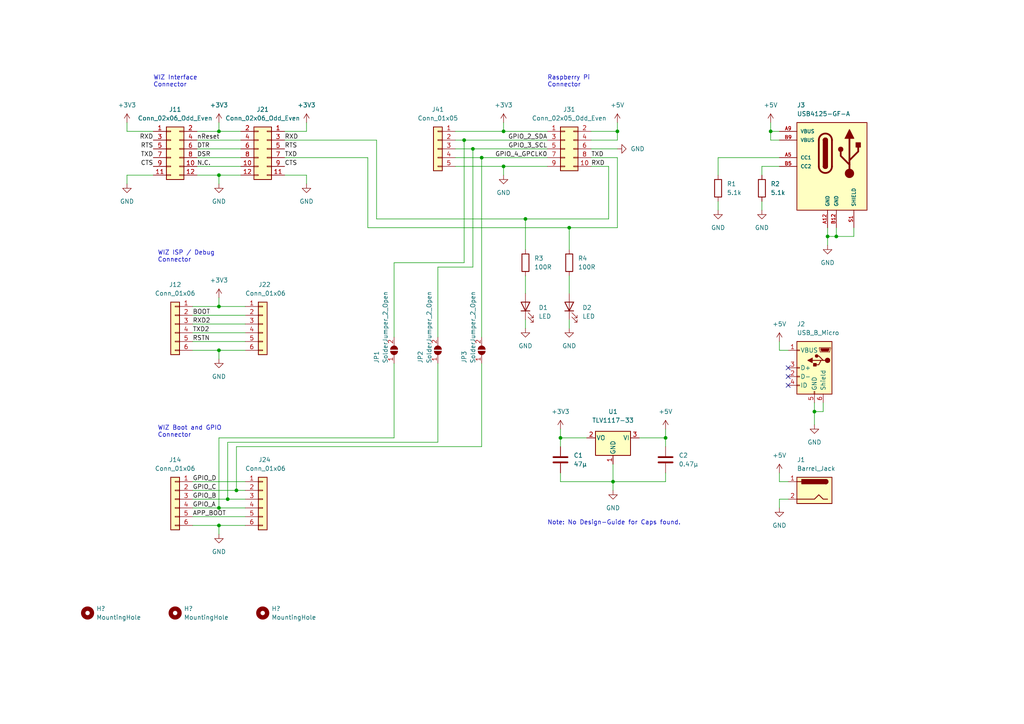
<source format=kicad_sch>
(kicad_sch (version 20230121) (generator eeschema)

  (uuid 6a3b494a-597c-4cc0-a52b-604c8fb47e8a)

  (paper "A4")

  (title_block
    (title "ZigbeeZwaveEthernetadapter")
    (date "2023-02-01")
    (rev "A")
    (company "ElektroNik Zoller")
    (comment 1 "Author: Nikolai Zoller")
    (comment 3 "Licence: CC BY-NC 4.0")
    (comment 4 "https://creativecommons.org/licenses/by-nc/4.0/")
  )

  

  (junction (at 162.56 127) (diameter 0) (color 0 0 0 0)
    (uuid 00c42acb-e65a-455e-a85e-f6ea13b69cf0)
  )
  (junction (at 134.62 40.64) (diameter 0) (color 0 0 0 0)
    (uuid 078cd1e1-7e06-459f-9557-83dbeb7335cd)
  )
  (junction (at 223.52 38.1) (diameter 0) (color 0 0 0 0)
    (uuid 08e60f1b-b4dd-415a-921b-a814dd8b5de6)
  )
  (junction (at 68.58 142.24) (diameter 0) (color 0 0 0 0)
    (uuid 134f914a-7682-48de-92fd-b5c3b38941b6)
  )
  (junction (at 66.04 144.78) (diameter 0) (color 0 0 0 0)
    (uuid 1cd8133a-1a7d-41bc-adbe-b39e04b7ce00)
  )
  (junction (at 165.1 66.04) (diameter 0) (color 0 0 0 0)
    (uuid 34ca8098-291d-4846-816c-6a1553c5ca28)
  )
  (junction (at 177.8 139.7) (diameter 0) (color 0 0 0 0)
    (uuid 4524ebee-72af-416a-abe0-60c2fb9e2e04)
  )
  (junction (at 63.5 38.1) (diameter 0) (color 0 0 0 0)
    (uuid 4acc0430-02fb-4fd0-ab0f-c2c646d9dcde)
  )
  (junction (at 63.5 50.8) (diameter 0) (color 0 0 0 0)
    (uuid 5e1cd672-a21a-4b79-b4cb-60f80371161f)
  )
  (junction (at 240.03 68.58) (diameter 0) (color 0 0 0 0)
    (uuid 5fec0c12-0c21-4b0c-a426-fffa25cbba81)
  )
  (junction (at 63.5 147.32) (diameter 0) (color 0 0 0 0)
    (uuid 64120c50-93a9-4954-9197-748af7036bf2)
  )
  (junction (at 152.4 63.5) (diameter 0) (color 0 0 0 0)
    (uuid 6ac9cc1e-d500-4799-851b-0bd4df0edeab)
  )
  (junction (at 63.5 101.6) (diameter 0) (color 0 0 0 0)
    (uuid 6b0cb598-0b93-4ec3-b321-0e47dcf5f00b)
  )
  (junction (at 63.5 88.9) (diameter 0) (color 0 0 0 0)
    (uuid 7e2db6c5-a4f9-452b-b604-9ef71d915a5c)
  )
  (junction (at 242.57 68.58) (diameter 0) (color 0 0 0 0)
    (uuid 89e497b9-34ac-44b6-b9a1-7b775b939af4)
  )
  (junction (at 193.04 127) (diameter 0) (color 0 0 0 0)
    (uuid a31dd01a-1f59-46c2-88f5-69b1bbd8a9c7)
  )
  (junction (at 146.05 48.26) (diameter 0) (color 0 0 0 0)
    (uuid bfb0ded5-ea34-481c-b929-a3818cc0799f)
  )
  (junction (at 137.16 43.18) (diameter 0) (color 0 0 0 0)
    (uuid c4067172-2693-48db-9bb9-5e79cfd0e1d5)
  )
  (junction (at 146.05 38.1) (diameter 0) (color 0 0 0 0)
    (uuid c5270ea1-1c6a-4fcd-be86-bed9689d7e89)
  )
  (junction (at 63.5 152.4) (diameter 0) (color 0 0 0 0)
    (uuid e54fd443-9dd7-4285-9af9-0e25292149b3)
  )
  (junction (at 139.7 45.72) (diameter 0) (color 0 0 0 0)
    (uuid e916376b-d341-4ec4-b6c2-ee12dcbc2de8)
  )
  (junction (at 236.22 119.38) (diameter 0) (color 0 0 0 0)
    (uuid ee24b5e8-f786-4a3e-a636-b23d8cd58e1f)
  )
  (junction (at 179.07 38.1) (diameter 0) (color 0 0 0 0)
    (uuid f81314cf-e75c-4f5c-86b9-6d8bdee5d3d2)
  )

  (no_connect (at 228.6 106.68) (uuid 30268585-49c4-47a1-8b6b-8eda56012cb9))
  (no_connect (at 228.6 111.76) (uuid cf655ca4-3785-4652-be64-01211082a0d4))
  (no_connect (at 228.6 109.22) (uuid cfe28aae-62c8-4b07-833c-15f3e733c224))

  (wire (pts (xy 55.88 139.7) (xy 71.12 139.7))
    (stroke (width 0) (type default))
    (uuid 017a039d-b4f8-4a90-b64f-aecf87ebaeae)
  )
  (wire (pts (xy 63.5 38.1) (xy 57.15 38.1))
    (stroke (width 0) (type default))
    (uuid 01f75d5a-419d-4245-a527-47a78e7b7e09)
  )
  (wire (pts (xy 55.88 142.24) (xy 68.58 142.24))
    (stroke (width 0) (type default))
    (uuid 02f808a7-8038-42d4-9130-0d89210cc7a2)
  )
  (wire (pts (xy 127 128.27) (xy 66.04 128.27))
    (stroke (width 0) (type default))
    (uuid 0466e783-71c8-4733-8d16-b268378b712c)
  )
  (wire (pts (xy 132.08 38.1) (xy 146.05 38.1))
    (stroke (width 0) (type default))
    (uuid 0829a8c3-a51d-449c-bcf2-a0d05f3b7755)
  )
  (wire (pts (xy 55.88 101.6) (xy 63.5 101.6))
    (stroke (width 0) (type default))
    (uuid 09069203-739e-4046-a154-05b28a45a8e2)
  )
  (wire (pts (xy 171.45 43.18) (xy 179.07 43.18))
    (stroke (width 0) (type default))
    (uuid 09b787b6-4d91-481b-b60a-4e917a8c62c7)
  )
  (wire (pts (xy 106.68 66.04) (xy 165.1 66.04))
    (stroke (width 0) (type default))
    (uuid 0a46a880-2b9a-4984-ac9a-568d2c7df44c)
  )
  (wire (pts (xy 165.1 66.04) (xy 179.07 66.04))
    (stroke (width 0) (type default))
    (uuid 127f3cca-d79d-4893-adba-fa28954809ee)
  )
  (wire (pts (xy 63.5 127) (xy 63.5 147.32))
    (stroke (width 0) (type default))
    (uuid 193546db-2ca6-4b44-9841-ac26b29ef693)
  )
  (wire (pts (xy 106.68 66.04) (xy 106.68 45.72))
    (stroke (width 0) (type default))
    (uuid 19813c2c-614c-415c-b07d-5948f0d3d914)
  )
  (wire (pts (xy 193.04 137.16) (xy 193.04 139.7))
    (stroke (width 0) (type default))
    (uuid 19ce5e32-ba67-402a-bc42-4c6eae6cd3df)
  )
  (wire (pts (xy 68.58 142.24) (xy 71.12 142.24))
    (stroke (width 0) (type default))
    (uuid 1a92ac13-4ad3-4ead-aa1a-265c1570e48a)
  )
  (wire (pts (xy 226.06 45.72) (xy 208.28 45.72))
    (stroke (width 0) (type default))
    (uuid 1b2924a0-d6cb-420c-bafc-37fc20c0d945)
  )
  (wire (pts (xy 139.7 129.54) (xy 68.58 129.54))
    (stroke (width 0) (type default))
    (uuid 1b832471-6dc2-4a97-a7c5-9f08716498da)
  )
  (wire (pts (xy 132.08 45.72) (xy 139.7 45.72))
    (stroke (width 0) (type default))
    (uuid 1ed2ef74-a07d-49ed-b9dc-47f938b62e5a)
  )
  (wire (pts (xy 165.1 80.01) (xy 165.1 85.09))
    (stroke (width 0) (type default))
    (uuid 1f1f49c8-3683-4a7d-9943-eec7fae54b11)
  )
  (wire (pts (xy 226.06 144.78) (xy 228.6 144.78))
    (stroke (width 0) (type default))
    (uuid 201c0641-02f8-4691-9965-96bfe8ac3b11)
  )
  (wire (pts (xy 63.5 147.32) (xy 71.12 147.32))
    (stroke (width 0) (type default))
    (uuid 208b4a6e-fff5-4e6a-9ea3-f9f329767c69)
  )
  (wire (pts (xy 152.4 63.5) (xy 176.53 63.5))
    (stroke (width 0) (type default))
    (uuid 21848ac4-3921-444d-bd1c-b6900fed597b)
  )
  (wire (pts (xy 137.16 43.18) (xy 158.75 43.18))
    (stroke (width 0) (type default))
    (uuid 2546abbc-7fc3-44c8-af05-31c03df689d7)
  )
  (wire (pts (xy 165.1 66.04) (xy 165.1 72.39))
    (stroke (width 0) (type default))
    (uuid 25bd903a-8139-4cc4-a97d-617e7b65887d)
  )
  (wire (pts (xy 63.5 88.9) (xy 55.88 88.9))
    (stroke (width 0) (type default))
    (uuid 2954f0e6-2c7b-4366-a2c9-14886232dbed)
  )
  (wire (pts (xy 66.04 144.78) (xy 71.12 144.78))
    (stroke (width 0) (type default))
    (uuid 2be6ee74-18e0-42dd-bf72-488c568143c6)
  )
  (wire (pts (xy 152.4 92.71) (xy 152.4 95.25))
    (stroke (width 0) (type default))
    (uuid 300abe9d-2f81-4b26-9bd9-6975a57fd8ad)
  )
  (wire (pts (xy 127 105.41) (xy 127 128.27))
    (stroke (width 0) (type default))
    (uuid 3042fa9e-f563-4587-b50b-e8a33ebe9167)
  )
  (wire (pts (xy 55.88 96.52) (xy 71.12 96.52))
    (stroke (width 0) (type default))
    (uuid 363f7efb-e424-4530-808f-bce23f279a46)
  )
  (wire (pts (xy 226.06 147.32) (xy 226.06 144.78))
    (stroke (width 0) (type default))
    (uuid 38c8707e-6213-41d1-b8ed-f84de066a201)
  )
  (wire (pts (xy 165.1 92.71) (xy 165.1 95.25))
    (stroke (width 0) (type default))
    (uuid 3bc269cb-2945-44ba-9ea1-b496391c4697)
  )
  (wire (pts (xy 88.9 38.1) (xy 88.9 35.56))
    (stroke (width 0) (type default))
    (uuid 4029a3dd-58d6-4306-af7b-b813273ad771)
  )
  (wire (pts (xy 55.88 99.06) (xy 71.12 99.06))
    (stroke (width 0) (type default))
    (uuid 40e71a13-36e0-4683-9361-0708460d1b57)
  )
  (wire (pts (xy 63.5 101.6) (xy 71.12 101.6))
    (stroke (width 0) (type default))
    (uuid 42fb95e1-759d-484f-a946-d5da8dde06c8)
  )
  (wire (pts (xy 132.08 48.26) (xy 146.05 48.26))
    (stroke (width 0) (type default))
    (uuid 42ffc256-9e87-4aac-9b49-66f8563f948c)
  )
  (wire (pts (xy 179.07 45.72) (xy 171.45 45.72))
    (stroke (width 0) (type default))
    (uuid 494eeb5f-5ef2-42e9-9194-2f4d36eef051)
  )
  (wire (pts (xy 179.07 40.64) (xy 179.07 38.1))
    (stroke (width 0) (type default))
    (uuid 49529de8-cb88-4a42-9ecc-03f979e40432)
  )
  (wire (pts (xy 226.06 38.1) (xy 223.52 38.1))
    (stroke (width 0) (type default))
    (uuid 4e5d86db-ef75-4abf-aa82-fab6d0e91732)
  )
  (wire (pts (xy 63.5 88.9) (xy 71.12 88.9))
    (stroke (width 0) (type default))
    (uuid 4f9858f5-b197-4bbb-978e-61f25903cd68)
  )
  (wire (pts (xy 162.56 139.7) (xy 177.8 139.7))
    (stroke (width 0) (type default))
    (uuid 518585df-7724-4d8a-b123-e188993311bd)
  )
  (wire (pts (xy 226.06 40.64) (xy 223.52 40.64))
    (stroke (width 0) (type default))
    (uuid 51da0a7a-81ae-4f6a-a3d6-1d27b6f57332)
  )
  (wire (pts (xy 226.06 139.7) (xy 228.6 139.7))
    (stroke (width 0) (type default))
    (uuid 545cef98-19da-4092-9989-32388fb261f4)
  )
  (wire (pts (xy 162.56 127) (xy 170.18 127))
    (stroke (width 0) (type default))
    (uuid 5763fbad-a43d-483a-83c7-8659f95eca5e)
  )
  (wire (pts (xy 238.76 119.38) (xy 236.22 119.38))
    (stroke (width 0) (type default))
    (uuid 580a4124-f9eb-4212-a67d-c27d17ce4679)
  )
  (wire (pts (xy 55.88 147.32) (xy 63.5 147.32))
    (stroke (width 0) (type default))
    (uuid 5e5360c2-a72f-4a98-aa84-2ef67878334f)
  )
  (wire (pts (xy 36.83 53.34) (xy 36.83 50.8))
    (stroke (width 0) (type default))
    (uuid 5ee255b4-51d2-4d29-b864-a918fb0fd30f)
  )
  (wire (pts (xy 82.55 45.72) (xy 106.68 45.72))
    (stroke (width 0) (type default))
    (uuid 609aaf42-c868-4fc9-977c-a53386d82ec9)
  )
  (wire (pts (xy 114.3 127) (xy 63.5 127))
    (stroke (width 0) (type default))
    (uuid 611e39b1-a651-42b4-81a0-f8a2875683b9)
  )
  (wire (pts (xy 127 77.47) (xy 137.16 77.47))
    (stroke (width 0) (type default))
    (uuid 61ddd158-ba76-452c-87f5-ff32de1adc4f)
  )
  (wire (pts (xy 171.45 40.64) (xy 179.07 40.64))
    (stroke (width 0) (type default))
    (uuid 64fa4c30-7329-4877-9bd3-e04e6e27277b)
  )
  (wire (pts (xy 57.15 50.8) (xy 63.5 50.8))
    (stroke (width 0) (type default))
    (uuid 66ab24a0-a411-4597-a439-12a8bd1e2443)
  )
  (wire (pts (xy 82.55 40.64) (xy 109.22 40.64))
    (stroke (width 0) (type default))
    (uuid 6947a56a-b2bd-4a24-89a0-b64af1188107)
  )
  (wire (pts (xy 162.56 124.46) (xy 162.56 127))
    (stroke (width 0) (type default))
    (uuid 6cce726d-fb35-40f0-9ba2-676065b4e03d)
  )
  (wire (pts (xy 208.28 58.42) (xy 208.28 60.96))
    (stroke (width 0) (type default))
    (uuid 6f14e982-0485-430e-a000-b9e9216d11c9)
  )
  (wire (pts (xy 226.06 101.6) (xy 226.06 99.06))
    (stroke (width 0) (type default))
    (uuid 6f288a73-78c6-4a61-9db7-268edf386e48)
  )
  (wire (pts (xy 179.07 38.1) (xy 179.07 35.56))
    (stroke (width 0) (type default))
    (uuid 6f5da4a6-90b7-41ac-8c79-9e115a03f71a)
  )
  (wire (pts (xy 208.28 45.72) (xy 208.28 50.8))
    (stroke (width 0) (type default))
    (uuid 7121b36b-74b3-4eb6-9c2d-67e90dd97fac)
  )
  (wire (pts (xy 134.62 40.64) (xy 158.75 40.64))
    (stroke (width 0) (type default))
    (uuid 72928f47-03dc-4b78-9691-89473da824fd)
  )
  (wire (pts (xy 57.15 48.26) (xy 69.85 48.26))
    (stroke (width 0) (type default))
    (uuid 731368aa-c284-4342-91d8-b951e1edac23)
  )
  (wire (pts (xy 240.03 71.12) (xy 240.03 68.58))
    (stroke (width 0) (type default))
    (uuid 740b63c8-f25a-4212-a8c3-02256e460d57)
  )
  (wire (pts (xy 193.04 127) (xy 193.04 129.54))
    (stroke (width 0) (type default))
    (uuid 7540d79c-3f84-41aa-8321-df82c65dbd2c)
  )
  (wire (pts (xy 236.22 116.84) (xy 236.22 119.38))
    (stroke (width 0) (type default))
    (uuid 781fcb1f-2909-4e1f-9f1e-e17fd423fbdf)
  )
  (wire (pts (xy 82.55 50.8) (xy 88.9 50.8))
    (stroke (width 0) (type default))
    (uuid 785a2b8e-0683-42cf-8b3e-fb613810bfbd)
  )
  (wire (pts (xy 220.98 58.42) (xy 220.98 60.96))
    (stroke (width 0) (type default))
    (uuid 79e5d4d5-8d5a-4a81-ac92-aca8c8104b48)
  )
  (wire (pts (xy 152.4 63.5) (xy 152.4 72.39))
    (stroke (width 0) (type default))
    (uuid 7be73309-84bb-49ed-9355-1b3e6d68884f)
  )
  (wire (pts (xy 193.04 127) (xy 193.04 124.46))
    (stroke (width 0) (type default))
    (uuid 7dbd9af7-b29f-49a3-a484-f956a3cdc966)
  )
  (wire (pts (xy 66.04 128.27) (xy 66.04 144.78))
    (stroke (width 0) (type default))
    (uuid 7e6248da-9f17-4217-8f63-b03d0105240b)
  )
  (wire (pts (xy 63.5 50.8) (xy 69.85 50.8))
    (stroke (width 0) (type default))
    (uuid 81ce3550-83fd-43cc-b806-f8c3a00cdf8b)
  )
  (wire (pts (xy 226.06 137.16) (xy 226.06 139.7))
    (stroke (width 0) (type default))
    (uuid 85b28a08-870b-46d0-a15a-b4858e520a91)
  )
  (wire (pts (xy 139.7 45.72) (xy 139.7 97.79))
    (stroke (width 0) (type default))
    (uuid 86a15441-881b-44c2-864c-0c4834e29a57)
  )
  (wire (pts (xy 228.6 101.6) (xy 226.06 101.6))
    (stroke (width 0) (type default))
    (uuid 875093fc-3bd9-4ece-9f95-c3f07fa5107a)
  )
  (wire (pts (xy 134.62 76.2) (xy 114.3 76.2))
    (stroke (width 0) (type default))
    (uuid 8b89a92e-f123-4760-b315-cda970897468)
  )
  (wire (pts (xy 177.8 139.7) (xy 177.8 142.24))
    (stroke (width 0) (type default))
    (uuid 8e92099c-439b-42fb-8bc9-141e4499ffbc)
  )
  (wire (pts (xy 137.16 77.47) (xy 137.16 43.18))
    (stroke (width 0) (type default))
    (uuid 8f4c900e-bacf-4c35-b0ea-01fe379e8f56)
  )
  (wire (pts (xy 236.22 119.38) (xy 236.22 123.19))
    (stroke (width 0) (type default))
    (uuid 8f996c5c-de20-4758-9ca8-05f812c4be99)
  )
  (wire (pts (xy 127 97.79) (xy 127 77.47))
    (stroke (width 0) (type default))
    (uuid 9085e4e5-139f-487f-ae99-7edf20af4f92)
  )
  (wire (pts (xy 146.05 38.1) (xy 158.75 38.1))
    (stroke (width 0) (type default))
    (uuid 90b60f09-1961-4a49-be64-9751323c4ef7)
  )
  (wire (pts (xy 109.22 40.64) (xy 109.22 63.5))
    (stroke (width 0) (type default))
    (uuid 92eca222-0677-4ee4-925c-009c0ddfe38d)
  )
  (wire (pts (xy 158.75 48.26) (xy 146.05 48.26))
    (stroke (width 0) (type default))
    (uuid 93452334-5bed-4539-8e89-9683b1878cc0)
  )
  (wire (pts (xy 57.15 40.64) (xy 69.85 40.64))
    (stroke (width 0) (type default))
    (uuid 9570a0df-07a0-4804-8ab4-dd96e24bf02c)
  )
  (wire (pts (xy 36.83 50.8) (xy 44.45 50.8))
    (stroke (width 0) (type default))
    (uuid 95ecee49-b3e8-4738-bc4c-f7a905d12816)
  )
  (wire (pts (xy 63.5 50.8) (xy 63.5 53.34))
    (stroke (width 0) (type default))
    (uuid 9703e859-397e-4cc3-8bc1-da56987a2559)
  )
  (wire (pts (xy 114.3 76.2) (xy 114.3 97.79))
    (stroke (width 0) (type default))
    (uuid 979c0cc9-0d21-4dc6-a746-bc803bc89cb5)
  )
  (wire (pts (xy 132.08 40.64) (xy 134.62 40.64))
    (stroke (width 0) (type default))
    (uuid 9846f57e-3dad-4f52-9d73-aae946f8a35b)
  )
  (wire (pts (xy 55.88 93.98) (xy 71.12 93.98))
    (stroke (width 0) (type default))
    (uuid 986a0d5a-b10e-42f8-9548-11801462aad5)
  )
  (wire (pts (xy 36.83 35.56) (xy 36.83 38.1))
    (stroke (width 0) (type default))
    (uuid 9aab617c-00ac-4606-8dbb-16a52195b45b)
  )
  (wire (pts (xy 220.98 48.26) (xy 220.98 50.8))
    (stroke (width 0) (type default))
    (uuid 9c87009f-5ed1-442e-b508-8e8b551a5819)
  )
  (wire (pts (xy 185.42 127) (xy 193.04 127))
    (stroke (width 0) (type default))
    (uuid 9e4ea9fa-b27b-4b97-b943-cfa9aaeda342)
  )
  (wire (pts (xy 193.04 139.7) (xy 177.8 139.7))
    (stroke (width 0) (type default))
    (uuid a0111463-63cf-48e1-8dfa-d931776a50b5)
  )
  (wire (pts (xy 139.7 45.72) (xy 158.75 45.72))
    (stroke (width 0) (type default))
    (uuid a17d6183-b34b-4d95-ad1a-2c7f9e089e9c)
  )
  (wire (pts (xy 139.7 105.41) (xy 139.7 129.54))
    (stroke (width 0) (type default))
    (uuid a1dde998-4880-40c4-9032-b0f4b309398a)
  )
  (wire (pts (xy 63.5 101.6) (xy 63.5 104.14))
    (stroke (width 0) (type default))
    (uuid a7af5c96-9680-4336-a3ee-6fe0d2725161)
  )
  (wire (pts (xy 162.56 137.16) (xy 162.56 139.7))
    (stroke (width 0) (type default))
    (uuid a8ea9afe-e9ca-49ba-83f6-2c3aad5f1327)
  )
  (wire (pts (xy 88.9 50.8) (xy 88.9 53.34))
    (stroke (width 0) (type default))
    (uuid aaa9e063-a29f-4857-b446-bb6a949ac893)
  )
  (wire (pts (xy 55.88 91.44) (xy 71.12 91.44))
    (stroke (width 0) (type default))
    (uuid abc02166-0966-48b8-abc3-ae9a7c8343d5)
  )
  (wire (pts (xy 176.53 63.5) (xy 176.53 48.26))
    (stroke (width 0) (type default))
    (uuid b0932459-75ed-4f27-a66c-3abda85e8ba8)
  )
  (wire (pts (xy 36.83 38.1) (xy 44.45 38.1))
    (stroke (width 0) (type default))
    (uuid b0e3e89e-4603-4bd6-8a65-a22474d2d32d)
  )
  (wire (pts (xy 63.5 38.1) (xy 69.85 38.1))
    (stroke (width 0) (type default))
    (uuid b216dc6e-0615-462b-879a-6d89a0c662ae)
  )
  (wire (pts (xy 179.07 45.72) (xy 179.07 66.04))
    (stroke (width 0) (type default))
    (uuid b2e32a0b-1eab-49d8-bc99-6769cd42eaf7)
  )
  (wire (pts (xy 109.22 63.5) (xy 152.4 63.5))
    (stroke (width 0) (type default))
    (uuid b436b866-eb4e-4b10-a019-d21bdef95431)
  )
  (wire (pts (xy 240.03 66.04) (xy 240.03 68.58))
    (stroke (width 0) (type default))
    (uuid b51caa63-577b-46e1-bdb1-bd8bb38d19e0)
  )
  (wire (pts (xy 152.4 80.01) (xy 152.4 85.09))
    (stroke (width 0) (type default))
    (uuid b9059728-1feb-4b9a-a217-1115e40386b8)
  )
  (wire (pts (xy 63.5 152.4) (xy 71.12 152.4))
    (stroke (width 0) (type default))
    (uuid be1bd264-ee80-4e12-9b59-dd23763e9767)
  )
  (wire (pts (xy 55.88 152.4) (xy 63.5 152.4))
    (stroke (width 0) (type default))
    (uuid bed280ac-15f9-4314-918a-473264c2d00e)
  )
  (wire (pts (xy 63.5 152.4) (xy 63.5 154.94))
    (stroke (width 0) (type default))
    (uuid c068644e-a27e-4168-b2ec-c1f4eaa6d4b1)
  )
  (wire (pts (xy 226.06 48.26) (xy 220.98 48.26))
    (stroke (width 0) (type default))
    (uuid c5b707cb-fef5-49df-8a09-230ff5515bd2)
  )
  (wire (pts (xy 238.76 116.84) (xy 238.76 119.38))
    (stroke (width 0) (type default))
    (uuid c9507db2-3593-4406-b50a-8225d532312f)
  )
  (wire (pts (xy 176.53 48.26) (xy 171.45 48.26))
    (stroke (width 0) (type default))
    (uuid cae851d6-69f9-4b1d-a2ce-2a72e7cbffac)
  )
  (wire (pts (xy 242.57 66.04) (xy 242.57 68.58))
    (stroke (width 0) (type default))
    (uuid cb507709-3705-4b71-9a21-f89e8f73df1c)
  )
  (wire (pts (xy 177.8 134.62) (xy 177.8 139.7))
    (stroke (width 0) (type default))
    (uuid cb72ef05-1c31-45e1-af44-87d582a2ac38)
  )
  (wire (pts (xy 146.05 48.26) (xy 146.05 50.8))
    (stroke (width 0) (type default))
    (uuid cbba780e-6fed-42af-964d-039fd8c3811f)
  )
  (wire (pts (xy 171.45 38.1) (xy 179.07 38.1))
    (stroke (width 0) (type default))
    (uuid cef7f347-9842-46f7-9b78-a4ba0acff80a)
  )
  (wire (pts (xy 247.65 66.04) (xy 247.65 68.58))
    (stroke (width 0) (type default))
    (uuid d0715430-ccd8-4168-9890-e7f8ec0968b9)
  )
  (wire (pts (xy 68.58 129.54) (xy 68.58 142.24))
    (stroke (width 0) (type default))
    (uuid d1105466-0886-41c8-8c77-d697fb64b465)
  )
  (wire (pts (xy 223.52 40.64) (xy 223.52 38.1))
    (stroke (width 0) (type default))
    (uuid d4077899-a620-4141-9209-6bd2b492c83e)
  )
  (wire (pts (xy 55.88 144.78) (xy 66.04 144.78))
    (stroke (width 0) (type default))
    (uuid d70bd5d2-cf13-4b63-bcdc-d6a764a8fbb9)
  )
  (wire (pts (xy 63.5 35.56) (xy 63.5 38.1))
    (stroke (width 0) (type default))
    (uuid d740d17a-78dc-47d2-96ea-d2abdbcffb09)
  )
  (wire (pts (xy 242.57 68.58) (xy 247.65 68.58))
    (stroke (width 0) (type default))
    (uuid d77022bb-860e-4b2d-8d7c-0a6b7e95f154)
  )
  (wire (pts (xy 57.15 43.18) (xy 69.85 43.18))
    (stroke (width 0) (type default))
    (uuid d8cca211-5d87-4334-a128-ebb200a4e522)
  )
  (wire (pts (xy 223.52 35.56) (xy 223.52 38.1))
    (stroke (width 0) (type default))
    (uuid d96d8ae6-94d1-4a32-bffa-95d30f5f8019)
  )
  (wire (pts (xy 114.3 105.41) (xy 114.3 127))
    (stroke (width 0) (type default))
    (uuid db7c6d60-2438-4427-b575-b3d95df56139)
  )
  (wire (pts (xy 240.03 68.58) (xy 242.57 68.58))
    (stroke (width 0) (type default))
    (uuid de0c21b2-862e-4aec-a1a7-2b2de10e3d75)
  )
  (wire (pts (xy 134.62 40.64) (xy 134.62 76.2))
    (stroke (width 0) (type default))
    (uuid e049668a-f77f-4db8-b44f-4821df449a21)
  )
  (wire (pts (xy 146.05 35.56) (xy 146.05 38.1))
    (stroke (width 0) (type default))
    (uuid e40e2e60-acc9-48e9-a821-5f0f1a5db737)
  )
  (wire (pts (xy 82.55 38.1) (xy 88.9 38.1))
    (stroke (width 0) (type default))
    (uuid e42fca6f-622b-4f38-ab67-7a75146c775f)
  )
  (wire (pts (xy 55.88 149.86) (xy 71.12 149.86))
    (stroke (width 0) (type default))
    (uuid ed4eab3e-5ee8-4c7f-b1d2-2f7087922121)
  )
  (wire (pts (xy 132.08 43.18) (xy 137.16 43.18))
    (stroke (width 0) (type default))
    (uuid ee845132-22e3-4f81-9e57-0a24811389a8)
  )
  (wire (pts (xy 162.56 127) (xy 162.56 129.54))
    (stroke (width 0) (type default))
    (uuid f349ae9b-8e56-4143-8a7d-b822c63095d2)
  )
  (wire (pts (xy 57.15 45.72) (xy 69.85 45.72))
    (stroke (width 0) (type default))
    (uuid f822b7e3-0b85-4d8a-8209-57f3abedc1e5)
  )
  (wire (pts (xy 63.5 86.36) (xy 63.5 88.9))
    (stroke (width 0) (type default))
    (uuid fc5a08aa-e30d-4ec0-9bbb-11edc69dfeb8)
  )

  (text "WIZ Boot and GPIO\nConnector" (at 45.72 127 0)
    (effects (font (size 1.27 1.27)) (justify left bottom))
    (uuid 000cd7f0-27d1-48e2-9574-62a6c7ab98fd)
  )
  (text "Note: No Design-Guide for Caps found." (at 158.75 152.4 0)
    (effects (font (size 1.27 1.27)) (justify left bottom))
    (uuid 11384368-08dc-4d11-8671-77cdf9b5e3ea)
  )
  (text "WIZ ISP / Debug\nConnector" (at 45.72 76.2 0)
    (effects (font (size 1.27 1.27)) (justify left bottom))
    (uuid 3bcccfec-2a23-4cfe-9bf1-9982ca77c097)
  )
  (text "WIZ Interface\nConnector" (at 44.45 25.4 0)
    (effects (font (size 1.27 1.27)) (justify left bottom))
    (uuid 560104da-3b8f-40f0-b936-9fd8344c3276)
  )
  (text "Raspberry Pi\nConnector" (at 158.75 25.4 0)
    (effects (font (size 1.27 1.27)) (justify left bottom))
    (uuid 74c88a74-4d09-4bcb-bd88-a180b4659d2d)
  )

  (label "DSR" (at 57.15 45.72 0) (fields_autoplaced)
    (effects (font (size 1.27 1.27)) (justify left bottom))
    (uuid 0324ed28-2b75-4026-bd27-5070eb25d903)
  )
  (label "RXD" (at 171.45 48.26 0) (fields_autoplaced)
    (effects (font (size 1.27 1.27)) (justify left bottom))
    (uuid 10f4e318-50b2-478a-8155-513ba2c24b98)
  )
  (label "N.C." (at 57.15 48.26 0) (fields_autoplaced)
    (effects (font (size 1.27 1.27)) (justify left bottom))
    (uuid 172e84db-51da-4037-a9a1-13b88611aff6)
  )
  (label "RTS" (at 82.55 43.18 0) (fields_autoplaced)
    (effects (font (size 1.27 1.27)) (justify left bottom))
    (uuid 2949aca9-4b19-4f6a-8ddb-656f41686542)
  )
  (label "GPIO_2_SDA" (at 158.75 40.64 180) (fields_autoplaced)
    (effects (font (size 1.27 1.27)) (justify right bottom))
    (uuid 3d2f2a86-aef1-4682-8190-58d7d3230a00)
  )
  (label "TXD2" (at 55.88 96.52 0) (fields_autoplaced)
    (effects (font (size 1.27 1.27)) (justify left bottom))
    (uuid 56c6e364-2306-44a7-aeab-e2031a6f4e7f)
  )
  (label "GPIO_A" (at 55.88 147.32 0) (fields_autoplaced)
    (effects (font (size 1.27 1.27)) (justify left bottom))
    (uuid 5d301e93-3295-4a2a-bf58-f944beb9e64c)
  )
  (label "APP_BOOT" (at 55.88 149.86 0) (fields_autoplaced)
    (effects (font (size 1.27 1.27)) (justify left bottom))
    (uuid 77e7ab61-60bd-480d-ae28-50550332f4a9)
  )
  (label "nReset" (at 57.15 40.64 0) (fields_autoplaced)
    (effects (font (size 1.27 1.27)) (justify left bottom))
    (uuid 7a865b80-99ad-4388-861a-1974216bd981)
  )
  (label "RXD" (at 44.45 40.64 180) (fields_autoplaced)
    (effects (font (size 1.27 1.27)) (justify right bottom))
    (uuid 82325b64-d177-43c1-bdef-3607df8685d8)
  )
  (label "TXD" (at 82.55 45.72 0) (fields_autoplaced)
    (effects (font (size 1.27 1.27)) (justify left bottom))
    (uuid 847d3657-48d2-4ee7-b568-2a141762b64b)
  )
  (label "CTS" (at 82.55 48.26 0) (fields_autoplaced)
    (effects (font (size 1.27 1.27)) (justify left bottom))
    (uuid 8ad7e0ea-aa6a-4ffd-a3cb-d04bb3b2ed64)
  )
  (label "CTS" (at 44.45 48.26 180) (fields_autoplaced)
    (effects (font (size 1.27 1.27)) (justify right bottom))
    (uuid 923a9068-5d84-4ac6-9bf5-27836d87114e)
  )
  (label "DTR" (at 57.15 43.18 0) (fields_autoplaced)
    (effects (font (size 1.27 1.27)) (justify left bottom))
    (uuid 96f06b7b-23b8-42e9-9850-a6cf3cb9a59d)
  )
  (label "BOOT" (at 55.88 91.44 0) (fields_autoplaced)
    (effects (font (size 1.27 1.27)) (justify left bottom))
    (uuid 9ecf252b-9ea2-4d63-a6eb-fa06db6f5b66)
  )
  (label "RXD2" (at 55.88 93.98 0) (fields_autoplaced)
    (effects (font (size 1.27 1.27)) (justify left bottom))
    (uuid 9eff98c7-6671-4379-a35a-64e418ccfc38)
  )
  (label "GPIO_B" (at 55.88 144.78 0) (fields_autoplaced)
    (effects (font (size 1.27 1.27)) (justify left bottom))
    (uuid a0a7b604-1085-4672-b3f2-42e9a241716b)
  )
  (label "TXD" (at 171.45 45.72 0) (fields_autoplaced)
    (effects (font (size 1.27 1.27)) (justify left bottom))
    (uuid a9c74004-7f44-4e38-b137-38fb5e90d391)
  )
  (label "GPIO_D" (at 55.88 139.7 0) (fields_autoplaced)
    (effects (font (size 1.27 1.27)) (justify left bottom))
    (uuid b3a97eb8-9592-4011-8a73-303d7ec161c8)
  )
  (label "GPIO_C" (at 55.88 142.24 0) (fields_autoplaced)
    (effects (font (size 1.27 1.27)) (justify left bottom))
    (uuid b54d00c6-74ce-4ac4-b400-6148478c4cc7)
  )
  (label "GPIO_3_SCL" (at 158.75 43.18 180) (fields_autoplaced)
    (effects (font (size 1.27 1.27)) (justify right bottom))
    (uuid b9126391-634b-43ea-b867-ac53135a4f70)
  )
  (label "RSTN" (at 55.88 99.06 0) (fields_autoplaced)
    (effects (font (size 1.27 1.27)) (justify left bottom))
    (uuid b92352ef-d47a-4cc6-ac65-bd351d6b0dfb)
  )
  (label "RXD" (at 82.55 40.64 0) (fields_autoplaced)
    (effects (font (size 1.27 1.27)) (justify left bottom))
    (uuid c1f4abc0-c476-411a-9303-46e11a8d6c19)
  )
  (label "GPIO_4_GPCLK0" (at 158.75 45.72 180) (fields_autoplaced)
    (effects (font (size 1.27 1.27)) (justify right bottom))
    (uuid c62206bf-4e65-4fe0-bc4a-ef3b292842d7)
  )
  (label "RTS" (at 44.45 43.18 180) (fields_autoplaced)
    (effects (font (size 1.27 1.27)) (justify right bottom))
    (uuid dad93b4a-ee59-4450-a33e-dd17faf03c32)
  )
  (label "TXD" (at 44.45 45.72 180) (fields_autoplaced)
    (effects (font (size 1.27 1.27)) (justify right bottom))
    (uuid f392230e-975a-4681-a0bb-9d2f72140b10)
  )

  (symbol (lib_id "power:+3V3") (at 88.9 35.56 0) (unit 1)
    (in_bom yes) (on_board yes) (dnp no) (fields_autoplaced)
    (uuid 0158f697-9c58-421c-9407-0c412fe43c4c)
    (property "Reference" "#PWR023" (at 88.9 39.37 0)
      (effects (font (size 1.27 1.27)) hide)
    )
    (property "Value" "+3V3" (at 88.9 30.48 0)
      (effects (font (size 1.27 1.27)))
    )
    (property "Footprint" "" (at 88.9 35.56 0)
      (effects (font (size 1.27 1.27)) hide)
    )
    (property "Datasheet" "" (at 88.9 35.56 0)
      (effects (font (size 1.27 1.27)) hide)
    )
    (pin "1" (uuid e395fd0b-043f-4175-b9c4-059ed5264397))
    (instances
      (project "ZigbeeZwaveEthernetadapter"
        (path "/6a3b494a-597c-4cc0-a52b-604c8fb47e8a"
          (reference "#PWR023") (unit 1)
        )
      )
    )
  )

  (symbol (lib_id "Connector:USB_B_Micro") (at 236.22 106.68 0) (mirror y) (unit 1)
    (in_bom yes) (on_board yes) (dnp no)
    (uuid 0f5191d7-13d2-4136-8d2a-cb1379a2e5b4)
    (property "Reference" "J2" (at 231.14 93.98 0)
      (effects (font (size 1.27 1.27)) (justify right))
    )
    (property "Value" "USB_B_Micro" (at 231.14 96.52 0)
      (effects (font (size 1.27 1.27)) (justify right))
    )
    (property "Footprint" "connectors:AMPHENOL_10118194-0001LF" (at 232.41 107.95 0)
      (effects (font (size 1.27 1.27)) hide)
    )
    (property "Datasheet" "~" (at 232.41 107.95 0)
      (effects (font (size 1.27 1.27)) hide)
    )
    (pin "1" (uuid 3bafd3e1-1a5a-4d18-a0e3-7b78146c871f))
    (pin "2" (uuid c0454793-2d7e-4303-af2a-29135d525f3f))
    (pin "3" (uuid 83695679-7c83-4eb1-af6b-3046013c1b56))
    (pin "4" (uuid d36234bc-891a-4161-8d03-e034a4bdfc9e))
    (pin "5" (uuid df33bb0f-acb8-47a6-84a4-51de3b051fc4))
    (pin "6" (uuid 1a8ee6d7-f0bb-431c-b948-6ccbb71f22d6))
    (instances
      (project "ZigbeeZwaveEthernetadapter"
        (path "/6a3b494a-597c-4cc0-a52b-604c8fb47e8a"
          (reference "J2") (unit 1)
        )
      )
    )
  )

  (symbol (lib_id "power:GND") (at 177.8 142.24 0) (unit 1)
    (in_bom yes) (on_board yes) (dnp no) (fields_autoplaced)
    (uuid 0fb625cf-46de-48ec-b238-76b0df6fbeb5)
    (property "Reference" "#PWR017" (at 177.8 148.59 0)
      (effects (font (size 1.27 1.27)) hide)
    )
    (property "Value" "GND" (at 177.8 147.32 0)
      (effects (font (size 1.27 1.27)))
    )
    (property "Footprint" "" (at 177.8 142.24 0)
      (effects (font (size 1.27 1.27)) hide)
    )
    (property "Datasheet" "" (at 177.8 142.24 0)
      (effects (font (size 1.27 1.27)) hide)
    )
    (pin "1" (uuid 790f3c9c-cf2a-4239-8503-02e71794a2d7))
    (instances
      (project "ZigbeeZwaveEthernetadapter"
        (path "/6a3b494a-597c-4cc0-a52b-604c8fb47e8a"
          (reference "#PWR017") (unit 1)
        )
      )
    )
  )

  (symbol (lib_id "power:GND") (at 165.1 95.25 0) (unit 1)
    (in_bom yes) (on_board yes) (dnp no) (fields_autoplaced)
    (uuid 1705512f-78ae-4e42-8a58-5383fb7d1423)
    (property "Reference" "#PWR026" (at 165.1 101.6 0)
      (effects (font (size 1.27 1.27)) hide)
    )
    (property "Value" "GND" (at 165.1 100.33 0)
      (effects (font (size 1.27 1.27)))
    )
    (property "Footprint" "" (at 165.1 95.25 0)
      (effects (font (size 1.27 1.27)) hide)
    )
    (property "Datasheet" "" (at 165.1 95.25 0)
      (effects (font (size 1.27 1.27)) hide)
    )
    (pin "1" (uuid 10fe5359-07bc-4484-8363-cc2e9a5a9d78))
    (instances
      (project "ZigbeeZwaveEthernetadapter"
        (path "/6a3b494a-597c-4cc0-a52b-604c8fb47e8a"
          (reference "#PWR026") (unit 1)
        )
      )
    )
  )

  (symbol (lib_id "power:+5V") (at 226.06 99.06 0) (unit 1)
    (in_bom yes) (on_board yes) (dnp no) (fields_autoplaced)
    (uuid 197c16ed-044d-4b7c-97a5-ee332cb43c7e)
    (property "Reference" "#PWR016" (at 226.06 102.87 0)
      (effects (font (size 1.27 1.27)) hide)
    )
    (property "Value" "+5V" (at 226.06 93.98 0)
      (effects (font (size 1.27 1.27)))
    )
    (property "Footprint" "" (at 226.06 99.06 0)
      (effects (font (size 1.27 1.27)) hide)
    )
    (property "Datasheet" "" (at 226.06 99.06 0)
      (effects (font (size 1.27 1.27)) hide)
    )
    (pin "1" (uuid 5921c0fa-0209-4bb4-925b-abe516f45672))
    (instances
      (project "ZigbeeZwaveEthernetadapter"
        (path "/6a3b494a-597c-4cc0-a52b-604c8fb47e8a"
          (reference "#PWR016") (unit 1)
        )
      )
    )
  )

  (symbol (lib_id "Device:C") (at 162.56 133.35 0) (unit 1)
    (in_bom yes) (on_board yes) (dnp no) (fields_autoplaced)
    (uuid 2198040d-d00b-4b4c-8ebb-f2c24addce0e)
    (property "Reference" "C1" (at 166.37 132.0799 0)
      (effects (font (size 1.27 1.27)) (justify left))
    )
    (property "Value" "47µ" (at 166.37 134.6199 0)
      (effects (font (size 1.27 1.27)) (justify left))
    )
    (property "Footprint" "Capacitor_SMD:C_0805_2012Metric_Pad1.18x1.45mm_HandSolder" (at 163.5252 137.16 0)
      (effects (font (size 1.27 1.27)) hide)
    )
    (property "Datasheet" "https://www.digikey.ch/de/products/detail/murata-electronics/GRM21BR61A476ME15L/4905529" (at 162.56 133.35 0)
      (effects (font (size 1.27 1.27)) hide)
    )
    (pin "1" (uuid 8e265619-5e75-42c5-a090-71675aadb261))
    (pin "2" (uuid 82ae4ae9-8d17-44e5-ba0f-8ab4a1479734))
    (instances
      (project "ZigbeeZwaveEthernetadapter"
        (path "/6a3b494a-597c-4cc0-a52b-604c8fb47e8a"
          (reference "C1") (unit 1)
        )
      )
    )
  )

  (symbol (lib_id "power:+5V") (at 223.52 35.56 0) (unit 1)
    (in_bom yes) (on_board yes) (dnp no) (fields_autoplaced)
    (uuid 2337bc41-1b96-49bd-a4c1-c8f82787750c)
    (property "Reference" "#PWR01" (at 223.52 39.37 0)
      (effects (font (size 1.27 1.27)) hide)
    )
    (property "Value" "+5V" (at 223.52 30.48 0)
      (effects (font (size 1.27 1.27)))
    )
    (property "Footprint" "" (at 223.52 35.56 0)
      (effects (font (size 1.27 1.27)) hide)
    )
    (property "Datasheet" "" (at 223.52 35.56 0)
      (effects (font (size 1.27 1.27)) hide)
    )
    (pin "1" (uuid c4df14ba-04e8-4e87-ae96-20ca3295a58a))
    (instances
      (project "ZigbeeZwaveEthernetadapter"
        (path "/6a3b494a-597c-4cc0-a52b-604c8fb47e8a"
          (reference "#PWR01") (unit 1)
        )
      )
    )
  )

  (symbol (lib_id "Device:LED") (at 165.1 88.9 90) (unit 1)
    (in_bom yes) (on_board yes) (dnp no) (fields_autoplaced)
    (uuid 23cd1066-cccb-4786-bf2c-03e72988f3d2)
    (property "Reference" "D2" (at 168.91 89.2174 90)
      (effects (font (size 1.27 1.27)) (justify right))
    )
    (property "Value" "LED" (at 168.91 91.7574 90)
      (effects (font (size 1.27 1.27)) (justify right))
    )
    (property "Footprint" "LED_SMD:LED_0805_2012Metric_Pad1.15x1.40mm_HandSolder" (at 165.1 88.9 0)
      (effects (font (size 1.27 1.27)) hide)
    )
    (property "Datasheet" "https://www.digikey.ch/de/products/detail/rohm-semiconductor/SML-H12P8TT86/5053774" (at 165.1 88.9 0)
      (effects (font (size 1.27 1.27)) hide)
    )
    (pin "1" (uuid 319cd752-58fa-4a4c-98a1-9aa80c293625))
    (pin "2" (uuid f1860eea-2015-43ea-86b8-b2c27399ba7b))
    (instances
      (project "ZigbeeZwaveEthernetadapter"
        (path "/6a3b494a-597c-4cc0-a52b-604c8fb47e8a"
          (reference "D2") (unit 1)
        )
      )
    )
  )

  (symbol (lib_id "Connector_Generic:Conn_01x06") (at 50.8 144.78 0) (mirror y) (unit 1)
    (in_bom yes) (on_board yes) (dnp no) (fields_autoplaced)
    (uuid 2505202c-591d-4186-8e12-ee0c3119edf4)
    (property "Reference" "J14" (at 50.8 133.35 0)
      (effects (font (size 1.27 1.27)))
    )
    (property "Value" "Conn_01x06" (at 50.8 135.89 0)
      (effects (font (size 1.27 1.27)))
    )
    (property "Footprint" "Connector_PinSocket_2.54mm:PinSocket_1x06_P2.54mm_Vertical" (at 50.8 144.78 0)
      (effects (font (size 1.27 1.27)) hide)
    )
    (property "Datasheet" "~" (at 50.8 144.78 0)
      (effects (font (size 1.27 1.27)) hide)
    )
    (pin "1" (uuid e8bdf77d-ec14-4ec3-99a3-eef90c0caab1))
    (pin "2" (uuid 355104ea-1894-475f-8aec-f277ae2cb144))
    (pin "3" (uuid 7d9598d7-346a-43b7-9f6e-69d34904ea65))
    (pin "4" (uuid 78fb9555-1282-4fe3-97f3-8449d4fc912f))
    (pin "5" (uuid 9ef26cbc-5548-486b-8916-2791da4981d4))
    (pin "6" (uuid 25be39ad-0e1c-4f57-af1c-f8f51cf48cec))
    (instances
      (project "ZigbeeZwaveEthernetadapter"
        (path "/6a3b494a-597c-4cc0-a52b-604c8fb47e8a"
          (reference "J14") (unit 1)
        )
      )
    )
  )

  (symbol (lib_id "Device:C") (at 193.04 133.35 0) (unit 1)
    (in_bom yes) (on_board yes) (dnp no) (fields_autoplaced)
    (uuid 27932f6d-7eee-4ca5-abf5-70d14d5611df)
    (property "Reference" "C2" (at 196.85 132.0799 0)
      (effects (font (size 1.27 1.27)) (justify left))
    )
    (property "Value" "0.47µ" (at 196.85 134.6199 0)
      (effects (font (size 1.27 1.27)) (justify left))
    )
    (property "Footprint" "Capacitor_SMD:C_0805_2012Metric_Pad1.18x1.45mm_HandSolder" (at 194.0052 137.16 0)
      (effects (font (size 1.27 1.27)) hide)
    )
    (property "Datasheet" "https://www.digikey.ch/de/products/detail/murata-electronics/GRM21BR71H474KA88L/702592" (at 193.04 133.35 0)
      (effects (font (size 1.27 1.27)) hide)
    )
    (pin "1" (uuid 84c260e9-0aad-4eb4-96db-5b468c822869))
    (pin "2" (uuid 1dc3b446-0925-43f3-bb6b-47efe7ed83b6))
    (instances
      (project "ZigbeeZwaveEthernetadapter"
        (path "/6a3b494a-597c-4cc0-a52b-604c8fb47e8a"
          (reference "C2") (unit 1)
        )
      )
    )
  )

  (symbol (lib_id "power:+3V3") (at 36.83 35.56 0) (unit 1)
    (in_bom yes) (on_board yes) (dnp no) (fields_autoplaced)
    (uuid 283bca64-f38e-4294-96fc-c1a05ddb6242)
    (property "Reference" "#PWR02" (at 36.83 39.37 0)
      (effects (font (size 1.27 1.27)) hide)
    )
    (property "Value" "+3V3" (at 36.83 30.48 0)
      (effects (font (size 1.27 1.27)))
    )
    (property "Footprint" "" (at 36.83 35.56 0)
      (effects (font (size 1.27 1.27)) hide)
    )
    (property "Datasheet" "" (at 36.83 35.56 0)
      (effects (font (size 1.27 1.27)) hide)
    )
    (pin "1" (uuid bfde393b-840c-4560-ad74-338b849a8534))
    (instances
      (project "ZigbeeZwaveEthernetadapter"
        (path "/6a3b494a-597c-4cc0-a52b-604c8fb47e8a"
          (reference "#PWR02") (unit 1)
        )
      )
    )
  )

  (symbol (lib_id "Jumper:SolderJumper_2_Open") (at 139.7 101.6 90) (unit 1)
    (in_bom yes) (on_board yes) (dnp no)
    (uuid 316a9578-b980-4976-b737-721ebf28506b)
    (property "Reference" "JP3" (at 134.62 105.41 0)
      (effects (font (size 1.27 1.27)) (justify left))
    )
    (property "Value" "SolderJumper_2_Open" (at 137.16 105.41 0)
      (effects (font (size 1.27 1.27)) (justify left))
    )
    (property "Footprint" "Jumper:SolderJumper-2_P1.3mm_Open_TrianglePad1.0x1.5mm" (at 139.7 101.6 0)
      (effects (font (size 1.27 1.27)) hide)
    )
    (property "Datasheet" "~" (at 139.7 101.6 0)
      (effects (font (size 1.27 1.27)) hide)
    )
    (pin "1" (uuid d647b97d-b658-49c6-9616-1c2b38867f3c))
    (pin "2" (uuid faa96803-75f8-481a-b21e-a86b031a00c4))
    (instances
      (project "ZigbeeZwaveEthernetadapter"
        (path "/6a3b494a-597c-4cc0-a52b-604c8fb47e8a"
          (reference "JP3") (unit 1)
        )
      )
    )
  )

  (symbol (lib_id "Connector_Generic:Conn_02x05_Odd_Even") (at 163.83 43.18 0) (unit 1)
    (in_bom yes) (on_board yes) (dnp no) (fields_autoplaced)
    (uuid 3255fb95-52a3-4ca4-ad63-bdc6a222c289)
    (property "Reference" "J31" (at 165.1 31.75 0)
      (effects (font (size 1.27 1.27)))
    )
    (property "Value" "Conn_02x05_Odd_Even" (at 165.1 34.29 0)
      (effects (font (size 1.27 1.27)))
    )
    (property "Footprint" "Connector_PinHeader_2.54mm:PinHeader_2x05_P2.54mm_Vertical" (at 163.83 43.18 0)
      (effects (font (size 1.27 1.27)) hide)
    )
    (property "Datasheet" "~" (at 163.83 43.18 0)
      (effects (font (size 1.27 1.27)) hide)
    )
    (pin "1" (uuid b6a0a9f4-b6bf-4008-82b4-d8bc833ce35b))
    (pin "10" (uuid 8f4a1be9-c6f3-4254-af3b-3a4c37146cdc))
    (pin "2" (uuid a101da16-d30b-4c17-be6a-e52ead8e208d))
    (pin "3" (uuid dfa157ed-de4d-47a6-89bc-982df2f937f6))
    (pin "4" (uuid e5dc82b8-e0e5-474e-9b48-f095f0f83398))
    (pin "5" (uuid b130f1a1-a92e-4aaa-9b32-3d07ceaed759))
    (pin "6" (uuid 0b01bca3-b346-418d-b119-7f83620935ea))
    (pin "7" (uuid 86d3732c-8477-45cd-a09e-92dd690aad8e))
    (pin "8" (uuid 3204b8f5-3dcf-4e89-9de5-ef94b4181f6b))
    (pin "9" (uuid 1e9ee13f-13f4-482d-81cc-2c49c64c4615))
    (instances
      (project "ZigbeeZwaveEthernetadapter"
        (path "/6a3b494a-597c-4cc0-a52b-604c8fb47e8a"
          (reference "J31") (unit 1)
        )
      )
    )
  )

  (symbol (lib_id "power:+3V3") (at 146.05 35.56 0) (unit 1)
    (in_bom yes) (on_board yes) (dnp no) (fields_autoplaced)
    (uuid 337ee590-cfd9-480e-ac51-18b58f029f59)
    (property "Reference" "#PWR04" (at 146.05 39.37 0)
      (effects (font (size 1.27 1.27)) hide)
    )
    (property "Value" "+3V3" (at 146.05 30.48 0)
      (effects (font (size 1.27 1.27)))
    )
    (property "Footprint" "" (at 146.05 35.56 0)
      (effects (font (size 1.27 1.27)) hide)
    )
    (property "Datasheet" "" (at 146.05 35.56 0)
      (effects (font (size 1.27 1.27)) hide)
    )
    (pin "1" (uuid 49b6e4a3-c889-4ab5-a5c7-5925ce347155))
    (instances
      (project "ZigbeeZwaveEthernetadapter"
        (path "/6a3b494a-597c-4cc0-a52b-604c8fb47e8a"
          (reference "#PWR04") (unit 1)
        )
      )
    )
  )

  (symbol (lib_id "Connector_Generic:Conn_02x06_Odd_Even") (at 49.53 43.18 0) (unit 1)
    (in_bom yes) (on_board yes) (dnp no) (fields_autoplaced)
    (uuid 3b55a99d-348c-40f8-9a69-dea028a2f9d2)
    (property "Reference" "J11" (at 50.8 31.75 0)
      (effects (font (size 1.27 1.27)))
    )
    (property "Value" "Conn_02x06_Odd_Even" (at 50.8 34.29 0)
      (effects (font (size 1.27 1.27)))
    )
    (property "Footprint" "Connector_PinSocket_2.54mm:PinSocket_2x06_P2.54mm_Vertical" (at 49.53 43.18 0)
      (effects (font (size 1.27 1.27)) hide)
    )
    (property "Datasheet" "~" (at 49.53 43.18 0)
      (effects (font (size 1.27 1.27)) hide)
    )
    (pin "1" (uuid d58d125f-e758-4ebe-b770-b98788eeaa28))
    (pin "10" (uuid 8edc954a-cee2-48e0-9762-28612cd77424))
    (pin "11" (uuid f09cce3d-ae37-46e2-89a6-7482652a275c))
    (pin "12" (uuid 63ba38fc-34fb-4ba4-a832-44fe4afe1186))
    (pin "2" (uuid d9687967-d013-4d94-9af4-531f554eac46))
    (pin "3" (uuid a903c4ea-df67-43ee-8a5f-e391b251d700))
    (pin "4" (uuid a63186cc-b62f-4ca4-80de-162d7aaf0dbb))
    (pin "5" (uuid 0fecb67c-d5a4-46a9-8d49-bcb12e1bbd70))
    (pin "6" (uuid 7b8e009b-5c2e-4c56-8d15-b300eca29a66))
    (pin "7" (uuid 918d5ce5-7cc1-453f-a0fe-9eb42d4b7a10))
    (pin "8" (uuid 3aec4d92-fb8d-4949-97c9-77a09732d8dd))
    (pin "9" (uuid 0b876f0c-7f37-4bdd-af65-c34edbaf9256))
    (instances
      (project "ZigbeeZwaveEthernetadapter"
        (path "/6a3b494a-597c-4cc0-a52b-604c8fb47e8a"
          (reference "J11") (unit 1)
        )
      )
    )
  )

  (symbol (lib_id "Connector:Barrel_Jack") (at 236.22 142.24 0) (mirror y) (unit 1)
    (in_bom yes) (on_board yes) (dnp no)
    (uuid 45ccafcf-91a6-475a-88ef-bc1903af912b)
    (property "Reference" "J1" (at 231.14 133.35 0)
      (effects (font (size 1.27 1.27)) (justify right))
    )
    (property "Value" "Barrel_Jack" (at 231.14 135.89 0)
      (effects (font (size 1.27 1.27)) (justify right))
    )
    (property "Footprint" "connectors:CUI_PJ-037A" (at 234.95 143.256 0)
      (effects (font (size 1.27 1.27)) hide)
    )
    (property "Datasheet" "~" (at 234.95 143.256 0)
      (effects (font (size 1.27 1.27)) hide)
    )
    (pin "1" (uuid 27c22eb4-c0ed-4a06-a91e-3ba992953c30))
    (pin "2" (uuid 8c919783-1893-49ea-aac1-29c2b177980b))
    (instances
      (project "ZigbeeZwaveEthernetadapter"
        (path "/6a3b494a-597c-4cc0-a52b-604c8fb47e8a"
          (reference "J1") (unit 1)
        )
      )
    )
  )

  (symbol (lib_id "Jumper:SolderJumper_2_Open") (at 114.3 101.6 90) (unit 1)
    (in_bom yes) (on_board yes) (dnp no)
    (uuid 51dd84a0-51a4-4f65-a56e-98e7af14f6b5)
    (property "Reference" "JP1" (at 109.22 105.41 0)
      (effects (font (size 1.27 1.27)) (justify left))
    )
    (property "Value" "SolderJumper_2_Open" (at 111.76 105.41 0)
      (effects (font (size 1.27 1.27)) (justify left))
    )
    (property "Footprint" "Jumper:SolderJumper-2_P1.3mm_Open_TrianglePad1.0x1.5mm" (at 114.3 101.6 0)
      (effects (font (size 1.27 1.27)) hide)
    )
    (property "Datasheet" "~" (at 114.3 101.6 0)
      (effects (font (size 1.27 1.27)) hide)
    )
    (pin "1" (uuid 4acb2c31-9c2d-4912-8481-091089584c1c))
    (pin "2" (uuid 0dc5fa43-6a07-460e-b25f-a520f938d107))
    (instances
      (project "ZigbeeZwaveEthernetadapter"
        (path "/6a3b494a-597c-4cc0-a52b-604c8fb47e8a"
          (reference "JP1") (unit 1)
        )
      )
    )
  )

  (symbol (lib_id "power:GND") (at 226.06 147.32 0) (unit 1)
    (in_bom yes) (on_board yes) (dnp no) (fields_autoplaced)
    (uuid 52c97359-ea73-4080-abe5-1869f1efe728)
    (property "Reference" "#PWR022" (at 226.06 153.67 0)
      (effects (font (size 1.27 1.27)) hide)
    )
    (property "Value" "GND" (at 226.06 152.4 0)
      (effects (font (size 1.27 1.27)))
    )
    (property "Footprint" "" (at 226.06 147.32 0)
      (effects (font (size 1.27 1.27)) hide)
    )
    (property "Datasheet" "" (at 226.06 147.32 0)
      (effects (font (size 1.27 1.27)) hide)
    )
    (pin "1" (uuid 89334843-6c16-4382-8039-8887f7c138e3))
    (instances
      (project "ZigbeeZwaveEthernetadapter"
        (path "/6a3b494a-597c-4cc0-a52b-604c8fb47e8a"
          (reference "#PWR022") (unit 1)
        )
      )
    )
  )

  (symbol (lib_id "Connector_Generic:Conn_01x06") (at 50.8 93.98 0) (mirror y) (unit 1)
    (in_bom yes) (on_board yes) (dnp no) (fields_autoplaced)
    (uuid 540f9e89-dc5a-45d1-a00c-5d874aea0f75)
    (property "Reference" "J12" (at 50.8 82.55 0)
      (effects (font (size 1.27 1.27)))
    )
    (property "Value" "Conn_01x06" (at 50.8 85.09 0)
      (effects (font (size 1.27 1.27)))
    )
    (property "Footprint" "Connector_PinSocket_2.54mm:PinSocket_1x06_P2.54mm_Vertical" (at 50.8 93.98 0)
      (effects (font (size 1.27 1.27)) hide)
    )
    (property "Datasheet" "~" (at 50.8 93.98 0)
      (effects (font (size 1.27 1.27)) hide)
    )
    (pin "1" (uuid 8ab68fb4-f3ef-45c8-a15f-f932a0071c80))
    (pin "2" (uuid d63c5be2-74db-49a7-9823-6be509b52a44))
    (pin "3" (uuid 6f0b4b70-26d3-4399-bcba-47405b821834))
    (pin "4" (uuid b667891c-40d6-4b3f-94ef-0a05ac0fa6fe))
    (pin "5" (uuid 608fcddc-d65e-4419-b26d-af4168694672))
    (pin "6" (uuid d47d0392-8fe1-41ad-9758-dbb236cea09c))
    (instances
      (project "ZigbeeZwaveEthernetadapter"
        (path "/6a3b494a-597c-4cc0-a52b-604c8fb47e8a"
          (reference "J12") (unit 1)
        )
      )
    )
  )

  (symbol (lib_id "power:GND") (at 63.5 154.94 0) (unit 1)
    (in_bom yes) (on_board yes) (dnp no) (fields_autoplaced)
    (uuid 55db8d28-97b6-4adc-ac85-4e0d74b46dac)
    (property "Reference" "#PWR021" (at 63.5 161.29 0)
      (effects (font (size 1.27 1.27)) hide)
    )
    (property "Value" "GND" (at 63.5 160.02 0)
      (effects (font (size 1.27 1.27)))
    )
    (property "Footprint" "" (at 63.5 154.94 0)
      (effects (font (size 1.27 1.27)) hide)
    )
    (property "Datasheet" "" (at 63.5 154.94 0)
      (effects (font (size 1.27 1.27)) hide)
    )
    (pin "1" (uuid 07cbc648-7588-4782-8c2e-63da1585999d))
    (instances
      (project "ZigbeeZwaveEthernetadapter"
        (path "/6a3b494a-597c-4cc0-a52b-604c8fb47e8a"
          (reference "#PWR021") (unit 1)
        )
      )
    )
  )

  (symbol (lib_id "Device:R") (at 165.1 76.2 0) (unit 1)
    (in_bom yes) (on_board yes) (dnp no) (fields_autoplaced)
    (uuid 56c74361-bb68-4f4e-adfd-5ff1b7fc672d)
    (property "Reference" "R4" (at 167.64 74.9299 0)
      (effects (font (size 1.27 1.27)) (justify left))
    )
    (property "Value" "100R" (at 167.64 77.4699 0)
      (effects (font (size 1.27 1.27)) (justify left))
    )
    (property "Footprint" "Resistor_SMD:R_0805_2012Metric_Pad1.20x1.40mm_HandSolder" (at 163.322 76.2 90)
      (effects (font (size 1.27 1.27)) hide)
    )
    (property "Datasheet" "~" (at 165.1 76.2 0)
      (effects (font (size 1.27 1.27)) hide)
    )
    (pin "1" (uuid 597a18d1-f933-4a78-892e-39ec5b8ee6cf))
    (pin "2" (uuid 1cc1564a-9599-42ed-bf62-b78938b23eaa))
    (instances
      (project "ZigbeeZwaveEthernetadapter"
        (path "/6a3b494a-597c-4cc0-a52b-604c8fb47e8a"
          (reference "R4") (unit 1)
        )
      )
    )
  )

  (symbol (lib_id "Device:LED") (at 152.4 88.9 90) (unit 1)
    (in_bom yes) (on_board yes) (dnp no) (fields_autoplaced)
    (uuid 587474a5-3cd1-4dbc-ada8-a73d93951322)
    (property "Reference" "D1" (at 156.21 89.2174 90)
      (effects (font (size 1.27 1.27)) (justify right))
    )
    (property "Value" "LED" (at 156.21 91.7574 90)
      (effects (font (size 1.27 1.27)) (justify right))
    )
    (property "Footprint" "LED_SMD:LED_0805_2012Metric_Pad1.15x1.40mm_HandSolder" (at 152.4 88.9 0)
      (effects (font (size 1.27 1.27)) hide)
    )
    (property "Datasheet" "https://www.digikey.ch/de/products/detail/rohm-semiconductor/SML-H12P8TT86/5053774" (at 152.4 88.9 0)
      (effects (font (size 1.27 1.27)) hide)
    )
    (pin "1" (uuid 61c5b391-321d-4c1c-ba6b-e11307d68729))
    (pin "2" (uuid b6847879-0b51-4a83-a19c-107abb8796a4))
    (instances
      (project "ZigbeeZwaveEthernetadapter"
        (path "/6a3b494a-597c-4cc0-a52b-604c8fb47e8a"
          (reference "D1") (unit 1)
        )
      )
    )
  )

  (symbol (lib_id "power:GND") (at 220.98 60.96 0) (unit 1)
    (in_bom yes) (on_board yes) (dnp no) (fields_autoplaced)
    (uuid 5931b1b8-32ef-49cc-9def-27340734b049)
    (property "Reference" "#PWR011" (at 220.98 67.31 0)
      (effects (font (size 1.27 1.27)) hide)
    )
    (property "Value" "GND" (at 220.98 66.04 0)
      (effects (font (size 1.27 1.27)))
    )
    (property "Footprint" "" (at 220.98 60.96 0)
      (effects (font (size 1.27 1.27)) hide)
    )
    (property "Datasheet" "" (at 220.98 60.96 0)
      (effects (font (size 1.27 1.27)) hide)
    )
    (pin "1" (uuid 3b5df467-58b7-4016-bac3-b739a945cc28))
    (instances
      (project "ZigbeeZwaveEthernetadapter"
        (path "/6a3b494a-597c-4cc0-a52b-604c8fb47e8a"
          (reference "#PWR011") (unit 1)
        )
      )
    )
  )

  (symbol (lib_id "Connector_Generic:Conn_01x06") (at 76.2 93.98 0) (unit 1)
    (in_bom yes) (on_board yes) (dnp no)
    (uuid 5dd7f8fc-1f78-4714-9c47-ca33ef162f17)
    (property "Reference" "J22" (at 74.93 82.55 0)
      (effects (font (size 1.27 1.27)) (justify left))
    )
    (property "Value" "Conn_01x06" (at 71.12 85.09 0)
      (effects (font (size 1.27 1.27)) (justify left))
    )
    (property "Footprint" "Connector_PinHeader_2.54mm:PinHeader_1x06_P2.54mm_Vertical" (at 76.2 93.98 0)
      (effects (font (size 1.27 1.27)) hide)
    )
    (property "Datasheet" "~" (at 76.2 93.98 0)
      (effects (font (size 1.27 1.27)) hide)
    )
    (pin "1" (uuid 9992458d-8d23-41f9-9352-b18e80d68a88))
    (pin "2" (uuid 59ca3883-387f-4b82-8922-9035a381cdfc))
    (pin "3" (uuid 6d729ba5-de8a-46bd-99ba-fd30df0882b2))
    (pin "4" (uuid c135b9e5-d085-4c0e-a48a-316304e4492c))
    (pin "5" (uuid 085ca3ba-d21d-4c26-abd2-c45f4128f36f))
    (pin "6" (uuid 7bec14b6-5b6a-4a3c-bfb0-fea843fde73f))
    (instances
      (project "ZigbeeZwaveEthernetadapter"
        (path "/6a3b494a-597c-4cc0-a52b-604c8fb47e8a"
          (reference "J22") (unit 1)
        )
      )
    )
  )

  (symbol (lib_id "power:GND") (at 36.83 53.34 0) (unit 1)
    (in_bom yes) (on_board yes) (dnp no) (fields_autoplaced)
    (uuid 5ed5294f-c449-48f4-be43-fe62c8d83d4b)
    (property "Reference" "#PWR08" (at 36.83 59.69 0)
      (effects (font (size 1.27 1.27)) hide)
    )
    (property "Value" "GND" (at 36.83 58.42 0)
      (effects (font (size 1.27 1.27)))
    )
    (property "Footprint" "" (at 36.83 53.34 0)
      (effects (font (size 1.27 1.27)) hide)
    )
    (property "Datasheet" "" (at 36.83 53.34 0)
      (effects (font (size 1.27 1.27)) hide)
    )
    (pin "1" (uuid 8a4610ac-4ef0-4f3e-92c9-2649f2e164c1))
    (instances
      (project "ZigbeeZwaveEthernetadapter"
        (path "/6a3b494a-597c-4cc0-a52b-604c8fb47e8a"
          (reference "#PWR08") (unit 1)
        )
      )
    )
  )

  (symbol (lib_id "power:+3V3") (at 162.56 124.46 0) (unit 1)
    (in_bom yes) (on_board yes) (dnp no) (fields_autoplaced)
    (uuid 6d86a514-f008-48a0-b594-5a09cb0bd3e0)
    (property "Reference" "#PWR014" (at 162.56 128.27 0)
      (effects (font (size 1.27 1.27)) hide)
    )
    (property "Value" "+3V3" (at 162.56 119.38 0)
      (effects (font (size 1.27 1.27)))
    )
    (property "Footprint" "" (at 162.56 124.46 0)
      (effects (font (size 1.27 1.27)) hide)
    )
    (property "Datasheet" "" (at 162.56 124.46 0)
      (effects (font (size 1.27 1.27)) hide)
    )
    (pin "1" (uuid 816ad22d-c059-43c1-abed-1ee89955d3d1))
    (instances
      (project "ZigbeeZwaveEthernetadapter"
        (path "/6a3b494a-597c-4cc0-a52b-604c8fb47e8a"
          (reference "#PWR014") (unit 1)
        )
      )
    )
  )

  (symbol (lib_id "Connector_Generic:Conn_01x05") (at 127 43.18 0) (mirror y) (unit 1)
    (in_bom yes) (on_board yes) (dnp no) (fields_autoplaced)
    (uuid 77b4b51b-01df-47b3-b8dc-d4db02b7ea93)
    (property "Reference" "J41" (at 127 31.75 0)
      (effects (font (size 1.27 1.27)))
    )
    (property "Value" "Conn_01x05" (at 127 34.29 0)
      (effects (font (size 1.27 1.27)))
    )
    (property "Footprint" "Connector_PinHeader_2.54mm:PinHeader_1x05_P2.54mm_Vertical" (at 127 43.18 0)
      (effects (font (size 1.27 1.27)) hide)
    )
    (property "Datasheet" "~" (at 127 43.18 0)
      (effects (font (size 1.27 1.27)) hide)
    )
    (pin "1" (uuid 861b802b-405f-4371-b241-23fb2961f75f))
    (pin "2" (uuid 4e8126e5-45bc-4483-9191-d68c117bf018))
    (pin "3" (uuid 21415733-6683-466d-9508-adcee041be26))
    (pin "4" (uuid 36759e16-59ef-405a-a4cb-665c7804f6df))
    (pin "5" (uuid 42088e0b-ed5d-46fc-beab-233e1bb77269))
    (instances
      (project "ZigbeeZwaveEthernetadapter"
        (path "/6a3b494a-597c-4cc0-a52b-604c8fb47e8a"
          (reference "J41") (unit 1)
        )
      )
    )
  )

  (symbol (lib_id "power:+3V3") (at 63.5 86.36 0) (unit 1)
    (in_bom yes) (on_board yes) (dnp no) (fields_autoplaced)
    (uuid 8103243b-515a-42ba-9118-b5c8126b92f9)
    (property "Reference" "#PWR013" (at 63.5 90.17 0)
      (effects (font (size 1.27 1.27)) hide)
    )
    (property "Value" "+3V3" (at 63.5 81.28 0)
      (effects (font (size 1.27 1.27)))
    )
    (property "Footprint" "" (at 63.5 86.36 0)
      (effects (font (size 1.27 1.27)) hide)
    )
    (property "Datasheet" "" (at 63.5 86.36 0)
      (effects (font (size 1.27 1.27)) hide)
    )
    (pin "1" (uuid e16ad22e-dc4d-428d-87f2-2828f1568e52))
    (instances
      (project "ZigbeeZwaveEthernetadapter"
        (path "/6a3b494a-597c-4cc0-a52b-604c8fb47e8a"
          (reference "#PWR013") (unit 1)
        )
      )
    )
  )

  (symbol (lib_id "power:GND") (at 146.05 50.8 0) (unit 1)
    (in_bom yes) (on_board yes) (dnp no) (fields_autoplaced)
    (uuid 838134dc-2c93-4890-83f4-da4a918aa66b)
    (property "Reference" "#PWR07" (at 146.05 57.15 0)
      (effects (font (size 1.27 1.27)) hide)
    )
    (property "Value" "GND" (at 146.05 55.88 0)
      (effects (font (size 1.27 1.27)))
    )
    (property "Footprint" "" (at 146.05 50.8 0)
      (effects (font (size 1.27 1.27)) hide)
    )
    (property "Datasheet" "" (at 146.05 50.8 0)
      (effects (font (size 1.27 1.27)) hide)
    )
    (pin "1" (uuid 0ef4f39e-9ee5-462d-8373-5cd44a4259eb))
    (instances
      (project "ZigbeeZwaveEthernetadapter"
        (path "/6a3b494a-597c-4cc0-a52b-604c8fb47e8a"
          (reference "#PWR07") (unit 1)
        )
      )
    )
  )

  (symbol (lib_id "power:+5V") (at 226.06 137.16 0) (unit 1)
    (in_bom yes) (on_board yes) (dnp no) (fields_autoplaced)
    (uuid 8f57a52a-07a0-4bb7-91f9-9532f9d1ead5)
    (property "Reference" "#PWR020" (at 226.06 140.97 0)
      (effects (font (size 1.27 1.27)) hide)
    )
    (property "Value" "+5V" (at 226.06 132.08 0)
      (effects (font (size 1.27 1.27)))
    )
    (property "Footprint" "" (at 226.06 137.16 0)
      (effects (font (size 1.27 1.27)) hide)
    )
    (property "Datasheet" "" (at 226.06 137.16 0)
      (effects (font (size 1.27 1.27)) hide)
    )
    (pin "1" (uuid 876a2632-a840-4d90-9b1e-b091c6852a31))
    (instances
      (project "ZigbeeZwaveEthernetadapter"
        (path "/6a3b494a-597c-4cc0-a52b-604c8fb47e8a"
          (reference "#PWR020") (unit 1)
        )
      )
    )
  )

  (symbol (lib_id "Device:R") (at 152.4 76.2 0) (unit 1)
    (in_bom yes) (on_board yes) (dnp no) (fields_autoplaced)
    (uuid 976d72e0-2121-4cea-8be1-65f996516598)
    (property "Reference" "R3" (at 154.94 74.9299 0)
      (effects (font (size 1.27 1.27)) (justify left))
    )
    (property "Value" "100R" (at 154.94 77.4699 0)
      (effects (font (size 1.27 1.27)) (justify left))
    )
    (property "Footprint" "Resistor_SMD:R_0805_2012Metric_Pad1.20x1.40mm_HandSolder" (at 150.622 76.2 90)
      (effects (font (size 1.27 1.27)) hide)
    )
    (property "Datasheet" "~" (at 152.4 76.2 0)
      (effects (font (size 1.27 1.27)) hide)
    )
    (pin "1" (uuid 56f55229-3540-426a-a66e-11328756007d))
    (pin "2" (uuid db457b72-af7c-46f5-8e97-b30c20d28965))
    (instances
      (project "ZigbeeZwaveEthernetadapter"
        (path "/6a3b494a-597c-4cc0-a52b-604c8fb47e8a"
          (reference "R3") (unit 1)
        )
      )
    )
  )

  (symbol (lib_id "power:GND") (at 63.5 53.34 0) (unit 1)
    (in_bom yes) (on_board yes) (dnp no) (fields_autoplaced)
    (uuid 99dfdce7-4d82-466d-b905-a273d661b3a3)
    (property "Reference" "#PWR09" (at 63.5 59.69 0)
      (effects (font (size 1.27 1.27)) hide)
    )
    (property "Value" "GND" (at 63.5 58.42 0)
      (effects (font (size 1.27 1.27)))
    )
    (property "Footprint" "" (at 63.5 53.34 0)
      (effects (font (size 1.27 1.27)) hide)
    )
    (property "Datasheet" "" (at 63.5 53.34 0)
      (effects (font (size 1.27 1.27)) hide)
    )
    (pin "1" (uuid 36ceb135-de21-42ed-a203-80538c90716e))
    (instances
      (project "ZigbeeZwaveEthernetadapter"
        (path "/6a3b494a-597c-4cc0-a52b-604c8fb47e8a"
          (reference "#PWR09") (unit 1)
        )
      )
    )
  )

  (symbol (lib_id "power:GND") (at 208.28 60.96 0) (unit 1)
    (in_bom yes) (on_board yes) (dnp no) (fields_autoplaced)
    (uuid 9c919c36-ad26-40a6-a31b-551e2c28a74f)
    (property "Reference" "#PWR010" (at 208.28 67.31 0)
      (effects (font (size 1.27 1.27)) hide)
    )
    (property "Value" "GND" (at 208.28 66.04 0)
      (effects (font (size 1.27 1.27)))
    )
    (property "Footprint" "" (at 208.28 60.96 0)
      (effects (font (size 1.27 1.27)) hide)
    )
    (property "Datasheet" "" (at 208.28 60.96 0)
      (effects (font (size 1.27 1.27)) hide)
    )
    (pin "1" (uuid b838793f-fc92-4add-b951-03cd1560c68c))
    (instances
      (project "ZigbeeZwaveEthernetadapter"
        (path "/6a3b494a-597c-4cc0-a52b-604c8fb47e8a"
          (reference "#PWR010") (unit 1)
        )
      )
    )
  )

  (symbol (lib_id "power:GND") (at 179.07 43.18 90) (unit 1)
    (in_bom yes) (on_board yes) (dnp no) (fields_autoplaced)
    (uuid a31d44fa-3f66-4513-af03-ddedb3ebf336)
    (property "Reference" "#PWR06" (at 185.42 43.18 0)
      (effects (font (size 1.27 1.27)) hide)
    )
    (property "Value" "GND" (at 182.88 43.1799 90)
      (effects (font (size 1.27 1.27)) (justify right))
    )
    (property "Footprint" "" (at 179.07 43.18 0)
      (effects (font (size 1.27 1.27)) hide)
    )
    (property "Datasheet" "" (at 179.07 43.18 0)
      (effects (font (size 1.27 1.27)) hide)
    )
    (pin "1" (uuid 857c914b-c542-441f-b00d-4a9aa4c983fd))
    (instances
      (project "ZigbeeZwaveEthernetadapter"
        (path "/6a3b494a-597c-4cc0-a52b-604c8fb47e8a"
          (reference "#PWR06") (unit 1)
        )
      )
    )
  )

  (symbol (lib_id "power:GND") (at 63.5 104.14 0) (unit 1)
    (in_bom yes) (on_board yes) (dnp no) (fields_autoplaced)
    (uuid a5b234ed-581a-4e05-b680-c458de78f387)
    (property "Reference" "#PWR018" (at 63.5 110.49 0)
      (effects (font (size 1.27 1.27)) hide)
    )
    (property "Value" "GND" (at 63.5 109.22 0)
      (effects (font (size 1.27 1.27)))
    )
    (property "Footprint" "" (at 63.5 104.14 0)
      (effects (font (size 1.27 1.27)) hide)
    )
    (property "Datasheet" "" (at 63.5 104.14 0)
      (effects (font (size 1.27 1.27)) hide)
    )
    (pin "1" (uuid a6a3f611-4cd1-4011-b79a-6c9a0a469236))
    (instances
      (project "ZigbeeZwaveEthernetadapter"
        (path "/6a3b494a-597c-4cc0-a52b-604c8fb47e8a"
          (reference "#PWR018") (unit 1)
        )
      )
    )
  )

  (symbol (lib_id "power:GND") (at 236.22 123.19 0) (unit 1)
    (in_bom yes) (on_board yes) (dnp no) (fields_autoplaced)
    (uuid a9a92bd5-e0e7-4aa9-9a5c-a548b1fd5be7)
    (property "Reference" "#PWR019" (at 236.22 129.54 0)
      (effects (font (size 1.27 1.27)) hide)
    )
    (property "Value" "GND" (at 236.22 128.27 0)
      (effects (font (size 1.27 1.27)))
    )
    (property "Footprint" "" (at 236.22 123.19 0)
      (effects (font (size 1.27 1.27)) hide)
    )
    (property "Datasheet" "" (at 236.22 123.19 0)
      (effects (font (size 1.27 1.27)) hide)
    )
    (pin "1" (uuid cda7dc30-4354-400c-884c-0a56cfb65767))
    (instances
      (project "ZigbeeZwaveEthernetadapter"
        (path "/6a3b494a-597c-4cc0-a52b-604c8fb47e8a"
          (reference "#PWR019") (unit 1)
        )
      )
    )
  )

  (symbol (lib_id "power:+5V") (at 193.04 124.46 0) (unit 1)
    (in_bom yes) (on_board yes) (dnp no) (fields_autoplaced)
    (uuid ae76f11a-614a-4ee5-bb09-52997b2499d8)
    (property "Reference" "#PWR015" (at 193.04 128.27 0)
      (effects (font (size 1.27 1.27)) hide)
    )
    (property "Value" "+5V" (at 193.04 119.38 0)
      (effects (font (size 1.27 1.27)))
    )
    (property "Footprint" "" (at 193.04 124.46 0)
      (effects (font (size 1.27 1.27)) hide)
    )
    (property "Datasheet" "" (at 193.04 124.46 0)
      (effects (font (size 1.27 1.27)) hide)
    )
    (pin "1" (uuid 3b32aa64-c651-4052-bf37-c80d89c2eadb))
    (instances
      (project "ZigbeeZwaveEthernetadapter"
        (path "/6a3b494a-597c-4cc0-a52b-604c8fb47e8a"
          (reference "#PWR015") (unit 1)
        )
      )
    )
  )

  (symbol (lib_id "power:+5V") (at 179.07 35.56 0) (unit 1)
    (in_bom yes) (on_board yes) (dnp no) (fields_autoplaced)
    (uuid b299a7b9-c86c-457e-897c-eef8624c461d)
    (property "Reference" "#PWR05" (at 179.07 39.37 0)
      (effects (font (size 1.27 1.27)) hide)
    )
    (property "Value" "+5V" (at 179.07 30.48 0)
      (effects (font (size 1.27 1.27)))
    )
    (property "Footprint" "" (at 179.07 35.56 0)
      (effects (font (size 1.27 1.27)) hide)
    )
    (property "Datasheet" "" (at 179.07 35.56 0)
      (effects (font (size 1.27 1.27)) hide)
    )
    (pin "1" (uuid 31e6bf66-2dc5-4d6c-a66e-b914b42d23f0))
    (instances
      (project "ZigbeeZwaveEthernetadapter"
        (path "/6a3b494a-597c-4cc0-a52b-604c8fb47e8a"
          (reference "#PWR05") (unit 1)
        )
      )
    )
  )

  (symbol (lib_id "Connector_Generic:Conn_02x06_Odd_Even") (at 77.47 43.18 0) (mirror y) (unit 1)
    (in_bom yes) (on_board yes) (dnp no) (fields_autoplaced)
    (uuid bbe0fc49-d4b1-4d81-8535-859e0ea4372a)
    (property "Reference" "J21" (at 76.2 31.75 0)
      (effects (font (size 1.27 1.27)))
    )
    (property "Value" "Conn_02x06_Odd_Even" (at 76.2 34.29 0)
      (effects (font (size 1.27 1.27)))
    )
    (property "Footprint" "Connector_PinHeader_2.54mm:PinHeader_2x06_P2.54mm_Vertical" (at 77.47 43.18 0)
      (effects (font (size 1.27 1.27)) hide)
    )
    (property "Datasheet" "~" (at 77.47 43.18 0)
      (effects (font (size 1.27 1.27)) hide)
    )
    (pin "1" (uuid 7bc39a10-89a2-4df3-97b9-ddc056714bc3))
    (pin "10" (uuid 74b555ab-9d48-4f7e-a63e-00d30d241d21))
    (pin "11" (uuid b481ee09-4bb1-4019-a633-a8f7802566dc))
    (pin "12" (uuid 2483af0a-e2f4-4773-a7ce-c7ea49a93a03))
    (pin "2" (uuid ecc8494c-cdaa-455a-b265-aab65f904d76))
    (pin "3" (uuid 9a7cf21e-7764-462c-9139-7fb84cda569f))
    (pin "4" (uuid 2cf31f57-1a10-49c1-9c53-8af19cca7d92))
    (pin "5" (uuid 0ab26848-ac55-4bfc-a1c8-7b289c8cf8db))
    (pin "6" (uuid b33b8fb7-ef93-4fd2-812e-deb9f5c8c9df))
    (pin "7" (uuid 68bcf5ff-4cb4-4b01-bc2c-db3d7a1deb79))
    (pin "8" (uuid cc74ac49-da99-4641-8387-67a69dbcb81e))
    (pin "9" (uuid d1b2982d-19fb-42d8-8eec-c4257f0d741c))
    (instances
      (project "ZigbeeZwaveEthernetadapter"
        (path "/6a3b494a-597c-4cc0-a52b-604c8fb47e8a"
          (reference "J21") (unit 1)
        )
      )
    )
  )

  (symbol (lib_id "power:GND") (at 240.03 71.12 0) (unit 1)
    (in_bom yes) (on_board yes) (dnp no) (fields_autoplaced)
    (uuid c2a0d590-472e-4e0f-bc40-762cc57cee75)
    (property "Reference" "#PWR012" (at 240.03 77.47 0)
      (effects (font (size 1.27 1.27)) hide)
    )
    (property "Value" "GND" (at 240.03 76.2 0)
      (effects (font (size 1.27 1.27)))
    )
    (property "Footprint" "" (at 240.03 71.12 0)
      (effects (font (size 1.27 1.27)) hide)
    )
    (property "Datasheet" "" (at 240.03 71.12 0)
      (effects (font (size 1.27 1.27)) hide)
    )
    (pin "1" (uuid 10b0b6f6-646f-4612-9efd-1ba9f0952fa7))
    (instances
      (project "ZigbeeZwaveEthernetadapter"
        (path "/6a3b494a-597c-4cc0-a52b-604c8fb47e8a"
          (reference "#PWR012") (unit 1)
        )
      )
    )
  )

  (symbol (lib_id "Connector_Generic:Conn_01x06") (at 76.2 144.78 0) (unit 1)
    (in_bom yes) (on_board yes) (dnp no)
    (uuid cb972e35-ad0c-4d8f-952c-98c3326d888f)
    (property "Reference" "J24" (at 74.93 133.35 0)
      (effects (font (size 1.27 1.27)) (justify left))
    )
    (property "Value" "Conn_01x06" (at 71.12 135.89 0)
      (effects (font (size 1.27 1.27)) (justify left))
    )
    (property "Footprint" "Connector_PinHeader_2.54mm:PinHeader_1x06_P2.54mm_Vertical" (at 76.2 144.78 0)
      (effects (font (size 1.27 1.27)) hide)
    )
    (property "Datasheet" "~" (at 76.2 144.78 0)
      (effects (font (size 1.27 1.27)) hide)
    )
    (pin "1" (uuid 6413cb28-dcd8-4d8d-af16-b7a6401f9d8d))
    (pin "2" (uuid f40d7118-0982-41a0-b011-68073545c6b0))
    (pin "3" (uuid d6600ba5-0a97-4866-aab9-3c0fee4e1ef8))
    (pin "4" (uuid 11e984bc-6fe1-45d8-adac-85e803262c14))
    (pin "5" (uuid 6e4a8aa6-8c7d-42ce-a3a1-db1afbf2d78e))
    (pin "6" (uuid 15801eb6-17f7-4c3d-8dc7-22efcf6393aa))
    (instances
      (project "ZigbeeZwaveEthernetadapter"
        (path "/6a3b494a-597c-4cc0-a52b-604c8fb47e8a"
          (reference "J24") (unit 1)
        )
      )
    )
  )

  (symbol (lib_id "Mechanical:MountingHole") (at 50.8 177.8 0) (unit 1)
    (in_bom yes) (on_board yes) (dnp no) (fields_autoplaced)
    (uuid ccce4616-cb08-4375-8528-f394c3a4aa73)
    (property "Reference" "H2" (id 0) (at 53.34 176.5299 0)
      (effects (font (size 1.27 1.27)) (justify left))
    )
    (property "Value" "MountingHole" (at 53.34 179.0699 0)
      (effects (font (size 1.27 1.27)) (justify left))
    )
    (property "Footprint" "" (at 50.8 177.8 0)
      (effects (font (size 1.27 1.27)) hide)
    )
    (property "Datasheet" "~" (at 50.8 177.8 0)
      (effects (font (size 1.27 1.27)) hide)
    )
    (instances
      (project "ZigbeeZwaveEthernetadapter"
        (path "/6a3b494a-597c-4cc0-a52b-604c8fb47e8a"
          (reference "H?") (unit 1)
        )
      )
    )
  )

  (symbol (lib_id "Regulator_Linear:TLV1117-33") (at 177.8 127 0) (mirror y) (unit 1)
    (in_bom yes) (on_board yes) (dnp no) (fields_autoplaced)
    (uuid ce0c3e64-c9ac-47d9-8ade-14119a95fc68)
    (property "Reference" "U1" (at 177.8 119.38 0)
      (effects (font (size 1.27 1.27)))
    )
    (property "Value" "TLV1117-33" (at 177.8 121.92 0)
      (effects (font (size 1.27 1.27)))
    )
    (property "Footprint" "Package_TO_SOT_SMD:SOT-223-3_TabPin2" (at 177.8 127 0)
      (effects (font (size 1.27 1.27)) hide)
    )
    (property "Datasheet" "http://www.ti.com/lit/ds/symlink/tlv1117.pdf" (at 177.8 127 0)
      (effects (font (size 1.27 1.27)) hide)
    )
    (pin "1" (uuid ea226144-05d5-4394-97be-f3fa99231230))
    (pin "2" (uuid 5839eb18-acea-442f-88f5-c44e349d7a9f))
    (pin "3" (uuid 7d4ab372-8fc9-46ce-8f19-e6cb79284966))
    (instances
      (project "ZigbeeZwaveEthernetadapter"
        (path "/6a3b494a-597c-4cc0-a52b-604c8fb47e8a"
          (reference "U1") (unit 1)
        )
      )
    )
  )

  (symbol (lib_id "Jumper:SolderJumper_2_Open") (at 127 101.6 90) (unit 1)
    (in_bom yes) (on_board yes) (dnp no)
    (uuid d49c9952-1beb-42ad-a7c5-347227408fbe)
    (property "Reference" "JP2" (at 121.92 105.41 0)
      (effects (font (size 1.27 1.27)) (justify left))
    )
    (property "Value" "SolderJumper_2_Open" (at 124.46 105.41 0)
      (effects (font (size 1.27 1.27)) (justify left))
    )
    (property "Footprint" "Jumper:SolderJumper-2_P1.3mm_Open_TrianglePad1.0x1.5mm" (at 127 101.6 0)
      (effects (font (size 1.27 1.27)) hide)
    )
    (property "Datasheet" "~" (at 127 101.6 0)
      (effects (font (size 1.27 1.27)) hide)
    )
    (pin "1" (uuid adf31ee3-68fa-4d8c-8dbb-3a16104bee98))
    (pin "2" (uuid 5fe64fdc-25ce-4d64-a9e6-02776c6a6868))
    (instances
      (project "ZigbeeZwaveEthernetadapter"
        (path "/6a3b494a-597c-4cc0-a52b-604c8fb47e8a"
          (reference "JP2") (unit 1)
        )
      )
    )
  )

  (symbol (lib_id "Device:R") (at 208.28 54.61 0) (unit 1)
    (in_bom yes) (on_board yes) (dnp no) (fields_autoplaced)
    (uuid d49ff4f7-f21e-48b4-ba82-133b511a6548)
    (property "Reference" "R1" (at 210.82 53.3399 0)
      (effects (font (size 1.27 1.27)) (justify left))
    )
    (property "Value" "5.1k" (at 210.82 55.8799 0)
      (effects (font (size 1.27 1.27)) (justify left))
    )
    (property "Footprint" "Resistor_SMD:R_0805_2012Metric_Pad1.20x1.40mm_HandSolder" (at 206.502 54.61 90)
      (effects (font (size 1.27 1.27)) hide)
    )
    (property "Datasheet" "~" (at 208.28 54.61 0)
      (effects (font (size 1.27 1.27)) hide)
    )
    (pin "1" (uuid 91de5aa4-1d69-47af-bfb9-075e947ff672))
    (pin "2" (uuid 7063cf01-42d9-434b-b869-71a7583998bb))
    (instances
      (project "ZigbeeZwaveEthernetadapter"
        (path "/6a3b494a-597c-4cc0-a52b-604c8fb47e8a"
          (reference "R1") (unit 1)
        )
      )
    )
  )

  (symbol (lib_id "power:GND") (at 88.9 53.34 0) (unit 1)
    (in_bom yes) (on_board yes) (dnp no) (fields_autoplaced)
    (uuid d824dca3-dbd8-4f50-a92c-28d460772610)
    (property "Reference" "#PWR024" (at 88.9 59.69 0)
      (effects (font (size 1.27 1.27)) hide)
    )
    (property "Value" "GND" (at 88.9 58.42 0)
      (effects (font (size 1.27 1.27)))
    )
    (property "Footprint" "" (at 88.9 53.34 0)
      (effects (font (size 1.27 1.27)) hide)
    )
    (property "Datasheet" "" (at 88.9 53.34 0)
      (effects (font (size 1.27 1.27)) hide)
    )
    (pin "1" (uuid 25a6a6fb-4873-40bc-9c56-541af14b1be7))
    (instances
      (project "ZigbeeZwaveEthernetadapter"
        (path "/6a3b494a-597c-4cc0-a52b-604c8fb47e8a"
          (reference "#PWR024") (unit 1)
        )
      )
    )
  )

  (symbol (lib_id "Device:R") (at 220.98 54.61 0) (unit 1)
    (in_bom yes) (on_board yes) (dnp no) (fields_autoplaced)
    (uuid d829965d-02b1-4e7e-9b65-986c63780732)
    (property "Reference" "R2" (at 223.52 53.3399 0)
      (effects (font (size 1.27 1.27)) (justify left))
    )
    (property "Value" "5.1k" (at 223.52 55.8799 0)
      (effects (font (size 1.27 1.27)) (justify left))
    )
    (property "Footprint" "Resistor_SMD:R_0805_2012Metric_Pad1.20x1.40mm_HandSolder" (at 219.202 54.61 90)
      (effects (font (size 1.27 1.27)) hide)
    )
    (property "Datasheet" "~" (at 220.98 54.61 0)
      (effects (font (size 1.27 1.27)) hide)
    )
    (pin "1" (uuid cb6e6127-ca15-4bca-a837-8e97dfba2dde))
    (pin "2" (uuid ada42c3c-a728-4119-a72e-001c382ea387))
    (instances
      (project "ZigbeeZwaveEthernetadapter"
        (path "/6a3b494a-597c-4cc0-a52b-604c8fb47e8a"
          (reference "R2") (unit 1)
        )
      )
    )
  )

  (symbol (lib_id "power:GND") (at 152.4 95.25 0) (unit 1)
    (in_bom yes) (on_board yes) (dnp no) (fields_autoplaced)
    (uuid e514806f-6097-44ee-814e-234d86ba5b77)
    (property "Reference" "#PWR025" (at 152.4 101.6 0)
      (effects (font (size 1.27 1.27)) hide)
    )
    (property "Value" "GND" (at 152.4 100.33 0)
      (effects (font (size 1.27 1.27)))
    )
    (property "Footprint" "" (at 152.4 95.25 0)
      (effects (font (size 1.27 1.27)) hide)
    )
    (property "Datasheet" "" (at 152.4 95.25 0)
      (effects (font (size 1.27 1.27)) hide)
    )
    (pin "1" (uuid 5ff1bb2f-6e02-4a89-b199-560c101822db))
    (instances
      (project "ZigbeeZwaveEthernetadapter"
        (path "/6a3b494a-597c-4cc0-a52b-604c8fb47e8a"
          (reference "#PWR025") (unit 1)
        )
      )
    )
  )

  (symbol (lib_id "Mechanical:MountingHole") (at 25.4 177.8 0) (unit 1)
    (in_bom yes) (on_board yes) (dnp no) (fields_autoplaced)
    (uuid ec3a3792-aec2-4d9f-b9b8-b952986c9164)
    (property "Reference" "H1" (id 0) (at 27.94 176.5299 0)
      (effects (font (size 1.27 1.27)) (justify left))
    )
    (property "Value" "MountingHole" (at 27.94 179.0699 0)
      (effects (font (size 1.27 1.27)) (justify left))
    )
    (property "Footprint" "" (at 25.4 177.8 0)
      (effects (font (size 1.27 1.27)) hide)
    )
    (property "Datasheet" "~" (at 25.4 177.8 0)
      (effects (font (size 1.27 1.27)) hide)
    )
    (instances
      (project "ZigbeeZwaveEthernetadapter"
        (path "/6a3b494a-597c-4cc0-a52b-604c8fb47e8a"
          (reference "H?") (unit 1)
        )
      )
    )
  )

  (symbol (lib_id "power:+3V3") (at 63.5 35.56 0) (unit 1)
    (in_bom yes) (on_board yes) (dnp no) (fields_autoplaced)
    (uuid eca9801f-062b-46e7-a1eb-6b988eba707b)
    (property "Reference" "#PWR03" (at 63.5 39.37 0)
      (effects (font (size 1.27 1.27)) hide)
    )
    (property "Value" "+3V3" (at 63.5 30.48 0)
      (effects (font (size 1.27 1.27)))
    )
    (property "Footprint" "" (at 63.5 35.56 0)
      (effects (font (size 1.27 1.27)) hide)
    )
    (property "Datasheet" "" (at 63.5 35.56 0)
      (effects (font (size 1.27 1.27)) hide)
    )
    (pin "1" (uuid 6bc3af4c-bac5-4573-882c-a10d0b3ff162))
    (instances
      (project "ZigbeeZwaveEthernetadapter"
        (path "/6a3b494a-597c-4cc0-a52b-604c8fb47e8a"
          (reference "#PWR03") (unit 1)
        )
      )
    )
  )

  (symbol (lib_id "connectors:USB4125-GF-A") (at 241.3 48.26 0) (unit 1)
    (in_bom yes) (on_board yes)
    (uuid f45b48f7-c2aa-4113-90ec-f302a0facbf0)
    (property "Reference" "J3" (id 0) (at 231.14 30.48 0)
      (effects (font (size 1.27 1.27)) (justify left))
    )
    (property "Value" "USB4125-GF-A" (id 1) (at 231.14 33.02 0)
      (effects (font (size 1.27 1.27)) (justify left))
    )
    (property "Footprint" "ZigbeeZwaveEthernetadapter:GCT_USB4125-GF-A" (id 2) (at 241.3 49.53 0)
      (effects (font (size 1.27 1.27)) (justify bottom) hide)
    )
    (property "Datasheet" "" (id 3) (at 238.76 45.72 0)
      (effects (font (size 1.27 1.27)) hide)
    )
    (pin "A12" (uuid 0a3f42f8-d331-40d8-89fa-117908c465a1))
    (pin "A5" (uuid 3710d967-7d15-4530-8443-d18a13a736a3))
    (pin "A9" (uuid 8af74e7b-2939-4526-8d50-c34f406d78ba))
    (pin "B12" (uuid 0122bf0d-061e-4ce8-8dea-dbec32c9cd54))
    (pin "B5" (uuid fbc2d980-c66a-46d0-b537-547bf99d1986))
    (pin "B9" (uuid ca6cb204-1222-4148-88d2-ec65837e69d9))
    (pin "S1" (uuid b395e2ec-bd8d-4c40-8a06-881244d7dc9b))
  )

  (symbol (lib_id "Mechanical:MountingHole") (at 76.2 177.8 0) (unit 1)
    (in_bom yes) (on_board yes) (dnp no) (fields_autoplaced)
    (uuid f46fb497-4660-4ca1-b64c-db0b1e9f4e09)
    (property "Reference" "H3" (id 0) (at 78.74 176.5299 0)
      (effects (font (size 1.27 1.27)) (justify left))
    )
    (property "Value" "MountingHole" (at 78.74 179.0699 0)
      (effects (font (size 1.27 1.27)) (justify left))
    )
    (property "Footprint" "" (at 76.2 177.8 0)
      (effects (font (size 1.27 1.27)) hide)
    )
    (property "Datasheet" "~" (at 76.2 177.8 0)
      (effects (font (size 1.27 1.27)) hide)
    )
    (instances
      (project "ZigbeeZwaveEthernetadapter"
        (path "/6a3b494a-597c-4cc0-a52b-604c8fb47e8a"
          (reference "H?") (unit 1)
        )
      )
    )
  )

  )

  (sheet_instances
    (path "/" (page "1"))
  )

  (symbol_instances
    (path "/2337bc41-1b96-49bd-a4c1-c8f82787750c"
      (reference "#PWR01") (unit 1) (value "+5V") (footprint "")
    )
    (path "/283bca64-f38e-4294-96fc-c1a05ddb6242"
      (reference "#PWR02") (unit 1) (value "+3V3") (footprint "")
    )
    (path "/eca9801f-062b-46e7-a1eb-6b988eba707b"
      (reference "#PWR03") (unit 1) (value "+3V3") (footprint "")
    )
    (path "/337ee590-cfd9-480e-ac51-18b58f029f59"
      (reference "#PWR04") (unit 1) (value "+3V3") (footprint "")
    )
    (path "/b299a7b9-c86c-457e-897c-eef8624c461d"
      (reference "#PWR05") (unit 1) (value "+5V") (footprint "")
    )
    (path "/a31d44fa-3f66-4513-af03-ddedb3ebf336"
      (reference "#PWR06") (unit 1) (value "GND") (footprint "")
    )
    (path "/838134dc-2c93-4890-83f4-da4a918aa66b"
      (reference "#PWR07") (unit 1) (value "GND") (footprint "")
    )
    (path "/5ed5294f-c449-48f4-be43-fe62c8d83d4b"
      (reference "#PWR08") (unit 1) (value "GND") (footprint "")
    )
    (path "/99dfdce7-4d82-466d-b905-a273d661b3a3"
      (reference "#PWR09") (unit 1) (value "GND") (footprint "")
    )
    (path "/9c919c36-ad26-40a6-a31b-551e2c28a74f"
      (reference "#PWR010") (unit 1) (value "GND") (footprint "")
    )
    (path "/5931b1b8-32ef-49cc-9def-27340734b049"
      (reference "#PWR011") (unit 1) (value "GND") (footprint "")
    )
    (path "/c2a0d590-472e-4e0f-bc40-762cc57cee75"
      (reference "#PWR012") (unit 1) (value "GND") (footprint "")
    )
    (path "/8103243b-515a-42ba-9118-b5c8126b92f9"
      (reference "#PWR013") (unit 1) (value "+3V3") (footprint "")
    )
    (path "/6d86a514-f008-48a0-b594-5a09cb0bd3e0"
      (reference "#PWR014") (unit 1) (value "+3V3") (footprint "")
    )
    (path "/ae76f11a-614a-4ee5-bb09-52997b2499d8"
      (reference "#PWR015") (unit 1) (value "+5V") (footprint "")
    )
    (path "/197c16ed-044d-4b7c-97a5-ee332cb43c7e"
      (reference "#PWR016") (unit 1) (value "+5V") (footprint "")
    )
    (path "/0fb625cf-46de-48ec-b238-76b0df6fbeb5"
      (reference "#PWR017") (unit 1) (value "GND") (footprint "")
    )
    (path "/a5b234ed-581a-4e05-b680-c458de78f387"
      (reference "#PWR018") (unit 1) (value "GND") (footprint "")
    )
    (path "/a9a92bd5-e0e7-4aa9-9a5c-a548b1fd5be7"
      (reference "#PWR019") (unit 1) (value "GND") (footprint "")
    )
    (path "/8f57a52a-07a0-4bb7-91f9-9532f9d1ead5"
      (reference "#PWR020") (unit 1) (value "+5V") (footprint "")
    )
    (path "/55db8d28-97b6-4adc-ac85-4e0d74b46dac"
      (reference "#PWR021") (unit 1) (value "GND") (footprint "")
    )
    (path "/52c97359-ea73-4080-abe5-1869f1efe728"
      (reference "#PWR022") (unit 1) (value "GND") (footprint "")
    )
    (path "/0158f697-9c58-421c-9407-0c412fe43c4c"
      (reference "#PWR023") (unit 1) (value "+3V3") (footprint "")
    )
    (path "/d824dca3-dbd8-4f50-a92c-28d460772610"
      (reference "#PWR024") (unit 1) (value "GND") (footprint "")
    )
    (path "/e514806f-6097-44ee-814e-234d86ba5b77"
      (reference "#PWR025") (unit 1) (value "GND") (footprint "")
    )
    (path "/1705512f-78ae-4e42-8a58-5383fb7d1423"
      (reference "#PWR026") (unit 1) (value "GND") (footprint "")
    )
    (path "/2198040d-d00b-4b4c-8ebb-f2c24addce0e"
      (reference "C1") (unit 1) (value "47µ") (footprint "Capacitor_SMD:C_0805_2012Metric_Pad1.18x1.45mm_HandSolder")
    )
    (path "/27932f6d-7eee-4ca5-abf5-70d14d5611df"
      (reference "C2") (unit 1) (value "0.47µ") (footprint "Capacitor_SMD:C_0805_2012Metric_Pad1.18x1.45mm_HandSolder")
    )
    (path "/587474a5-3cd1-4dbc-ada8-a73d93951322"
      (reference "D1") (unit 1) (value "LED") (footprint "LED_SMD:LED_0805_2012Metric_Pad1.15x1.40mm_HandSolder")
    )
    (path "/23cd1066-cccb-4786-bf2c-03e72988f3d2"
      (reference "D2") (unit 1) (value "LED") (footprint "LED_SMD:LED_0805_2012Metric_Pad1.15x1.40mm_HandSolder")
    )
    (path "/ec3a3792-aec2-4d9f-b9b8-b952986c9164"
      (reference "H1") (unit 1) (value "MountingHole") (footprint "")
    )
    (path "/ccce4616-cb08-4375-8528-f394c3a4aa73"
      (reference "H2") (unit 1) (value "MountingHole") (footprint "")
    )
    (path "/f46fb497-4660-4ca1-b64c-db0b1e9f4e09"
      (reference "H3") (unit 1) (value "MountingHole") (footprint "")
    )
    (path "/45ccafcf-91a6-475a-88ef-bc1903af912b"
      (reference "J1") (unit 1) (value "Barrel_Jack") (footprint "connectors:CUI_PJ-037A")
    )
    (path "/0f5191d7-13d2-4136-8d2a-cb1379a2e5b4"
      (reference "J2") (unit 1) (value "USB_B_Micro") (footprint "connectors:AMPHENOL_10118194-0001LF")
    )
    (path "/f45b48f7-c2aa-4113-90ec-f302a0facbf0"
      (reference "J3") (unit 1) (value "USB4125-GF-A") (footprint "ZigbeeZwaveEthernetadapter:GCT_USB4125-GF-A")
    )
    (path "/3b55a99d-348c-40f8-9a69-dea028a2f9d2"
      (reference "J11") (unit 1) (value "Conn_02x06_Odd_Even") (footprint "Connector_PinSocket_2.54mm:PinSocket_2x06_P2.54mm_Vertical")
    )
    (path "/540f9e89-dc5a-45d1-a00c-5d874aea0f75"
      (reference "J12") (unit 1) (value "Conn_01x06") (footprint "Connector_PinSocket_2.54mm:PinSocket_1x06_P2.54mm_Vertical")
    )
    (path "/2505202c-591d-4186-8e12-ee0c3119edf4"
      (reference "J14") (unit 1) (value "Conn_01x06") (footprint "Connector_PinSocket_2.54mm:PinSocket_1x06_P2.54mm_Vertical")
    )
    (path "/bbe0fc49-d4b1-4d81-8535-859e0ea4372a"
      (reference "J21") (unit 1) (value "Conn_02x06_Odd_Even") (footprint "Connector_PinHeader_2.54mm:PinHeader_2x06_P2.54mm_Vertical")
    )
    (path "/5dd7f8fc-1f78-4714-9c47-ca33ef162f17"
      (reference "J22") (unit 1) (value "Conn_01x06") (footprint "Connector_PinHeader_2.54mm:PinHeader_1x06_P2.54mm_Vertical")
    )
    (path "/cb972e35-ad0c-4d8f-952c-98c3326d888f"
      (reference "J24") (unit 1) (value "Conn_01x06") (footprint "Connector_PinHeader_2.54mm:PinHeader_1x06_P2.54mm_Vertical")
    )
    (path "/3255fb95-52a3-4ca4-ad63-bdc6a222c289"
      (reference "J31") (unit 1) (value "Conn_02x05_Odd_Even") (footprint "Connector_PinHeader_2.54mm:PinHeader_2x05_P2.54mm_Vertical")
    )
    (path "/77b4b51b-01df-47b3-b8dc-d4db02b7ea93"
      (reference "J41") (unit 1) (value "Conn_01x05") (footprint "Connector_PinHeader_2.54mm:PinHeader_1x05_P2.54mm_Vertical")
    )
    (path "/51dd84a0-51a4-4f65-a56e-98e7af14f6b5"
      (reference "JP1") (unit 1) (value "SolderJumper_2_Open") (footprint "Jumper:SolderJumper-2_P1.3mm_Open_TrianglePad1.0x1.5mm")
    )
    (path "/d49c9952-1beb-42ad-a7c5-347227408fbe"
      (reference "JP2") (unit 1) (value "SolderJumper_2_Open") (footprint "Jumper:SolderJumper-2_P1.3mm_Open_TrianglePad1.0x1.5mm")
    )
    (path "/316a9578-b980-4976-b737-721ebf28506b"
      (reference "JP3") (unit 1) (value "SolderJumper_2_Open") (footprint "Jumper:SolderJumper-2_P1.3mm_Open_TrianglePad1.0x1.5mm")
    )
    (path "/d49ff4f7-f21e-48b4-ba82-133b511a6548"
      (reference "R1") (unit 1) (value "5.1k") (footprint "Resistor_SMD:R_0805_2012Metric_Pad1.20x1.40mm_HandSolder")
    )
    (path "/d829965d-02b1-4e7e-9b65-986c63780732"
      (reference "R2") (unit 1) (value "5.1k") (footprint "Resistor_SMD:R_0805_2012Metric_Pad1.20x1.40mm_HandSolder")
    )
    (path "/976d72e0-2121-4cea-8be1-65f996516598"
      (reference "R3") (unit 1) (value "100R") (footprint "Resistor_SMD:R_0805_2012Metric_Pad1.20x1.40mm_HandSolder")
    )
    (path "/56c74361-bb68-4f4e-adfd-5ff1b7fc672d"
      (reference "R4") (unit 1) (value "100R") (footprint "Resistor_SMD:R_0805_2012Metric_Pad1.20x1.40mm_HandSolder")
    )
    (path "/ce0c3e64-c9ac-47d9-8ade-14119a95fc68"
      (reference "U1") (unit 1) (value "TLV1117-33") (footprint "Package_TO_SOT_SMD:SOT-223-3_TabPin2")
    )
  )
)

</source>
